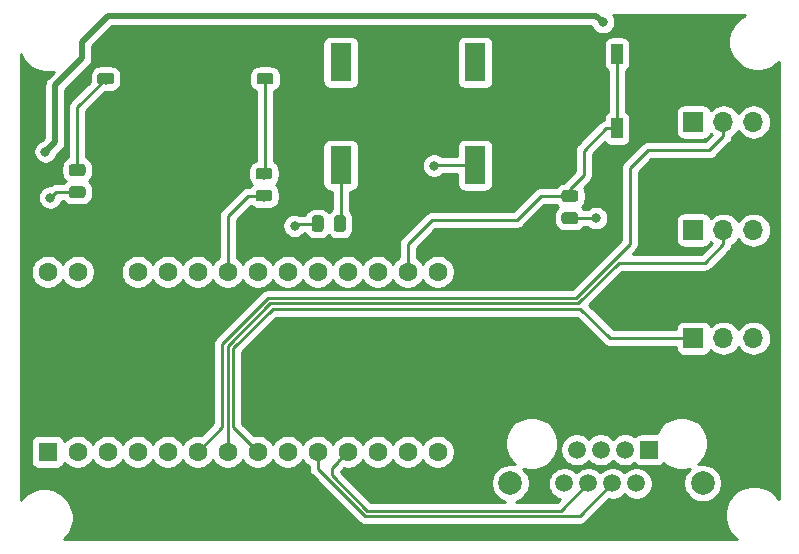
<source format=gbr>
G04 #@! TF.GenerationSoftware,KiCad,Pcbnew,(5.1.4-0-10_14)*
G04 #@! TF.CreationDate,2020-04-29T09:01:47-04:00*
G04 #@! TF.ProjectId,laser_flow,6c617365-725f-4666-9c6f-772e6b696361,rev?*
G04 #@! TF.SameCoordinates,Original*
G04 #@! TF.FileFunction,Copper,L1,Top*
G04 #@! TF.FilePolarity,Positive*
%FSLAX46Y46*%
G04 Gerber Fmt 4.6, Leading zero omitted, Abs format (unit mm)*
G04 Created by KiCad (PCBNEW (5.1.4-0-10_14)) date 2020-04-29 09:01:47*
%MOMM*%
%LPD*%
G04 APERTURE LIST*
%ADD10C,0.100000*%
%ADD11C,0.975000*%
%ADD12R,1.800000X3.200000*%
%ADD13C,2.000000*%
%ADD14C,1.500000*%
%ADD15R,1.500000X1.500000*%
%ADD16R,1.700000X1.700000*%
%ADD17O,1.700000X1.700000*%
%ADD18R,1.000000X1.700000*%
%ADD19C,1.600000*%
%ADD20R,1.600000X1.600000*%
%ADD21C,0.800000*%
%ADD22C,0.250000*%
%ADD23C,0.500000*%
%ADD24C,0.254000*%
G04 APERTURE END LIST*
D10*
G36*
X114080142Y-88776174D02*
G01*
X114103803Y-88779684D01*
X114127007Y-88785496D01*
X114149529Y-88793554D01*
X114171153Y-88803782D01*
X114191670Y-88816079D01*
X114210883Y-88830329D01*
X114228607Y-88846393D01*
X114244671Y-88864117D01*
X114258921Y-88883330D01*
X114271218Y-88903847D01*
X114281446Y-88925471D01*
X114289504Y-88947993D01*
X114295316Y-88971197D01*
X114298826Y-88994858D01*
X114300000Y-89018750D01*
X114300000Y-89506250D01*
X114298826Y-89530142D01*
X114295316Y-89553803D01*
X114289504Y-89577007D01*
X114281446Y-89599529D01*
X114271218Y-89621153D01*
X114258921Y-89641670D01*
X114244671Y-89660883D01*
X114228607Y-89678607D01*
X114210883Y-89694671D01*
X114191670Y-89708921D01*
X114171153Y-89721218D01*
X114149529Y-89731446D01*
X114127007Y-89739504D01*
X114103803Y-89745316D01*
X114080142Y-89748826D01*
X114056250Y-89750000D01*
X113143750Y-89750000D01*
X113119858Y-89748826D01*
X113096197Y-89745316D01*
X113072993Y-89739504D01*
X113050471Y-89731446D01*
X113028847Y-89721218D01*
X113008330Y-89708921D01*
X112989117Y-89694671D01*
X112971393Y-89678607D01*
X112955329Y-89660883D01*
X112941079Y-89641670D01*
X112928782Y-89621153D01*
X112918554Y-89599529D01*
X112910496Y-89577007D01*
X112904684Y-89553803D01*
X112901174Y-89530142D01*
X112900000Y-89506250D01*
X112900000Y-89018750D01*
X112901174Y-88994858D01*
X112904684Y-88971197D01*
X112910496Y-88947993D01*
X112918554Y-88925471D01*
X112928782Y-88903847D01*
X112941079Y-88883330D01*
X112955329Y-88864117D01*
X112971393Y-88846393D01*
X112989117Y-88830329D01*
X113008330Y-88816079D01*
X113028847Y-88803782D01*
X113050471Y-88793554D01*
X113072993Y-88785496D01*
X113096197Y-88779684D01*
X113119858Y-88776174D01*
X113143750Y-88775000D01*
X114056250Y-88775000D01*
X114080142Y-88776174D01*
X114080142Y-88776174D01*
G37*
D11*
X113600000Y-89262500D03*
D10*
G36*
X114080142Y-90651174D02*
G01*
X114103803Y-90654684D01*
X114127007Y-90660496D01*
X114149529Y-90668554D01*
X114171153Y-90678782D01*
X114191670Y-90691079D01*
X114210883Y-90705329D01*
X114228607Y-90721393D01*
X114244671Y-90739117D01*
X114258921Y-90758330D01*
X114271218Y-90778847D01*
X114281446Y-90800471D01*
X114289504Y-90822993D01*
X114295316Y-90846197D01*
X114298826Y-90869858D01*
X114300000Y-90893750D01*
X114300000Y-91381250D01*
X114298826Y-91405142D01*
X114295316Y-91428803D01*
X114289504Y-91452007D01*
X114281446Y-91474529D01*
X114271218Y-91496153D01*
X114258921Y-91516670D01*
X114244671Y-91535883D01*
X114228607Y-91553607D01*
X114210883Y-91569671D01*
X114191670Y-91583921D01*
X114171153Y-91596218D01*
X114149529Y-91606446D01*
X114127007Y-91614504D01*
X114103803Y-91620316D01*
X114080142Y-91623826D01*
X114056250Y-91625000D01*
X113143750Y-91625000D01*
X113119858Y-91623826D01*
X113096197Y-91620316D01*
X113072993Y-91614504D01*
X113050471Y-91606446D01*
X113028847Y-91596218D01*
X113008330Y-91583921D01*
X112989117Y-91569671D01*
X112971393Y-91553607D01*
X112955329Y-91535883D01*
X112941079Y-91516670D01*
X112928782Y-91496153D01*
X112918554Y-91474529D01*
X112910496Y-91452007D01*
X112904684Y-91428803D01*
X112901174Y-91405142D01*
X112900000Y-91381250D01*
X112900000Y-90893750D01*
X112901174Y-90869858D01*
X112904684Y-90846197D01*
X112910496Y-90822993D01*
X112918554Y-90800471D01*
X112928782Y-90778847D01*
X112941079Y-90758330D01*
X112955329Y-90739117D01*
X112971393Y-90721393D01*
X112989117Y-90705329D01*
X113008330Y-90691079D01*
X113028847Y-90678782D01*
X113050471Y-90668554D01*
X113072993Y-90660496D01*
X113096197Y-90654684D01*
X113119858Y-90651174D01*
X113143750Y-90650000D01*
X114056250Y-90650000D01*
X114080142Y-90651174D01*
X114080142Y-90651174D01*
G37*
D11*
X113600000Y-91137500D03*
D10*
G36*
X114180142Y-78876174D02*
G01*
X114203803Y-78879684D01*
X114227007Y-78885496D01*
X114249529Y-78893554D01*
X114271153Y-78903782D01*
X114291670Y-78916079D01*
X114310883Y-78930329D01*
X114328607Y-78946393D01*
X114344671Y-78964117D01*
X114358921Y-78983330D01*
X114371218Y-79003847D01*
X114381446Y-79025471D01*
X114389504Y-79047993D01*
X114395316Y-79071197D01*
X114398826Y-79094858D01*
X114400000Y-79118750D01*
X114400000Y-79606250D01*
X114398826Y-79630142D01*
X114395316Y-79653803D01*
X114389504Y-79677007D01*
X114381446Y-79699529D01*
X114371218Y-79721153D01*
X114358921Y-79741670D01*
X114344671Y-79760883D01*
X114328607Y-79778607D01*
X114310883Y-79794671D01*
X114291670Y-79808921D01*
X114271153Y-79821218D01*
X114249529Y-79831446D01*
X114227007Y-79839504D01*
X114203803Y-79845316D01*
X114180142Y-79848826D01*
X114156250Y-79850000D01*
X113243750Y-79850000D01*
X113219858Y-79848826D01*
X113196197Y-79845316D01*
X113172993Y-79839504D01*
X113150471Y-79831446D01*
X113128847Y-79821218D01*
X113108330Y-79808921D01*
X113089117Y-79794671D01*
X113071393Y-79778607D01*
X113055329Y-79760883D01*
X113041079Y-79741670D01*
X113028782Y-79721153D01*
X113018554Y-79699529D01*
X113010496Y-79677007D01*
X113004684Y-79653803D01*
X113001174Y-79630142D01*
X113000000Y-79606250D01*
X113000000Y-79118750D01*
X113001174Y-79094858D01*
X113004684Y-79071197D01*
X113010496Y-79047993D01*
X113018554Y-79025471D01*
X113028782Y-79003847D01*
X113041079Y-78983330D01*
X113055329Y-78964117D01*
X113071393Y-78946393D01*
X113089117Y-78930329D01*
X113108330Y-78916079D01*
X113128847Y-78903782D01*
X113150471Y-78893554D01*
X113172993Y-78885496D01*
X113196197Y-78879684D01*
X113219858Y-78876174D01*
X113243750Y-78875000D01*
X114156250Y-78875000D01*
X114180142Y-78876174D01*
X114180142Y-78876174D01*
G37*
D11*
X113700000Y-79362500D03*
D10*
G36*
X114180142Y-80751174D02*
G01*
X114203803Y-80754684D01*
X114227007Y-80760496D01*
X114249529Y-80768554D01*
X114271153Y-80778782D01*
X114291670Y-80791079D01*
X114310883Y-80805329D01*
X114328607Y-80821393D01*
X114344671Y-80839117D01*
X114358921Y-80858330D01*
X114371218Y-80878847D01*
X114381446Y-80900471D01*
X114389504Y-80922993D01*
X114395316Y-80946197D01*
X114398826Y-80969858D01*
X114400000Y-80993750D01*
X114400000Y-81481250D01*
X114398826Y-81505142D01*
X114395316Y-81528803D01*
X114389504Y-81552007D01*
X114381446Y-81574529D01*
X114371218Y-81596153D01*
X114358921Y-81616670D01*
X114344671Y-81635883D01*
X114328607Y-81653607D01*
X114310883Y-81669671D01*
X114291670Y-81683921D01*
X114271153Y-81696218D01*
X114249529Y-81706446D01*
X114227007Y-81714504D01*
X114203803Y-81720316D01*
X114180142Y-81723826D01*
X114156250Y-81725000D01*
X113243750Y-81725000D01*
X113219858Y-81723826D01*
X113196197Y-81720316D01*
X113172993Y-81714504D01*
X113150471Y-81706446D01*
X113128847Y-81696218D01*
X113108330Y-81683921D01*
X113089117Y-81669671D01*
X113071393Y-81653607D01*
X113055329Y-81635883D01*
X113041079Y-81616670D01*
X113028782Y-81596153D01*
X113018554Y-81574529D01*
X113010496Y-81552007D01*
X113004684Y-81528803D01*
X113001174Y-81505142D01*
X113000000Y-81481250D01*
X113000000Y-80993750D01*
X113001174Y-80969858D01*
X113004684Y-80946197D01*
X113010496Y-80922993D01*
X113018554Y-80900471D01*
X113028782Y-80878847D01*
X113041079Y-80858330D01*
X113055329Y-80839117D01*
X113071393Y-80821393D01*
X113089117Y-80805329D01*
X113108330Y-80791079D01*
X113128847Y-80778782D01*
X113150471Y-80768554D01*
X113172993Y-80760496D01*
X113196197Y-80754684D01*
X113219858Y-80751174D01*
X113243750Y-80750000D01*
X114156250Y-80750000D01*
X114180142Y-80751174D01*
X114180142Y-80751174D01*
G37*
D11*
X113700000Y-81237500D03*
D12*
X120100000Y-79850000D03*
X131500000Y-79850000D03*
X131500000Y-88550000D03*
X120100000Y-88550000D03*
D13*
X134480800Y-115475600D03*
X150740800Y-115475600D03*
D14*
X139022800Y-115498000D03*
X141062800Y-115498000D03*
X143102800Y-115498000D03*
X145142800Y-115498000D03*
X140093600Y-112655200D03*
X142133600Y-112655200D03*
X144173600Y-112655200D03*
D15*
X146213600Y-112655200D03*
D10*
G36*
X100680142Y-80751174D02*
G01*
X100703803Y-80754684D01*
X100727007Y-80760496D01*
X100749529Y-80768554D01*
X100771153Y-80778782D01*
X100791670Y-80791079D01*
X100810883Y-80805329D01*
X100828607Y-80821393D01*
X100844671Y-80839117D01*
X100858921Y-80858330D01*
X100871218Y-80878847D01*
X100881446Y-80900471D01*
X100889504Y-80922993D01*
X100895316Y-80946197D01*
X100898826Y-80969858D01*
X100900000Y-80993750D01*
X100900000Y-81481250D01*
X100898826Y-81505142D01*
X100895316Y-81528803D01*
X100889504Y-81552007D01*
X100881446Y-81574529D01*
X100871218Y-81596153D01*
X100858921Y-81616670D01*
X100844671Y-81635883D01*
X100828607Y-81653607D01*
X100810883Y-81669671D01*
X100791670Y-81683921D01*
X100771153Y-81696218D01*
X100749529Y-81706446D01*
X100727007Y-81714504D01*
X100703803Y-81720316D01*
X100680142Y-81723826D01*
X100656250Y-81725000D01*
X99743750Y-81725000D01*
X99719858Y-81723826D01*
X99696197Y-81720316D01*
X99672993Y-81714504D01*
X99650471Y-81706446D01*
X99628847Y-81696218D01*
X99608330Y-81683921D01*
X99589117Y-81669671D01*
X99571393Y-81653607D01*
X99555329Y-81635883D01*
X99541079Y-81616670D01*
X99528782Y-81596153D01*
X99518554Y-81574529D01*
X99510496Y-81552007D01*
X99504684Y-81528803D01*
X99501174Y-81505142D01*
X99500000Y-81481250D01*
X99500000Y-80993750D01*
X99501174Y-80969858D01*
X99504684Y-80946197D01*
X99510496Y-80922993D01*
X99518554Y-80900471D01*
X99528782Y-80878847D01*
X99541079Y-80858330D01*
X99555329Y-80839117D01*
X99571393Y-80821393D01*
X99589117Y-80805329D01*
X99608330Y-80791079D01*
X99628847Y-80778782D01*
X99650471Y-80768554D01*
X99672993Y-80760496D01*
X99696197Y-80754684D01*
X99719858Y-80751174D01*
X99743750Y-80750000D01*
X100656250Y-80750000D01*
X100680142Y-80751174D01*
X100680142Y-80751174D01*
G37*
D11*
X100200000Y-81237500D03*
D10*
G36*
X100680142Y-78876174D02*
G01*
X100703803Y-78879684D01*
X100727007Y-78885496D01*
X100749529Y-78893554D01*
X100771153Y-78903782D01*
X100791670Y-78916079D01*
X100810883Y-78930329D01*
X100828607Y-78946393D01*
X100844671Y-78964117D01*
X100858921Y-78983330D01*
X100871218Y-79003847D01*
X100881446Y-79025471D01*
X100889504Y-79047993D01*
X100895316Y-79071197D01*
X100898826Y-79094858D01*
X100900000Y-79118750D01*
X100900000Y-79606250D01*
X100898826Y-79630142D01*
X100895316Y-79653803D01*
X100889504Y-79677007D01*
X100881446Y-79699529D01*
X100871218Y-79721153D01*
X100858921Y-79741670D01*
X100844671Y-79760883D01*
X100828607Y-79778607D01*
X100810883Y-79794671D01*
X100791670Y-79808921D01*
X100771153Y-79821218D01*
X100749529Y-79831446D01*
X100727007Y-79839504D01*
X100703803Y-79845316D01*
X100680142Y-79848826D01*
X100656250Y-79850000D01*
X99743750Y-79850000D01*
X99719858Y-79848826D01*
X99696197Y-79845316D01*
X99672993Y-79839504D01*
X99650471Y-79831446D01*
X99628847Y-79821218D01*
X99608330Y-79808921D01*
X99589117Y-79794671D01*
X99571393Y-79778607D01*
X99555329Y-79760883D01*
X99541079Y-79741670D01*
X99528782Y-79721153D01*
X99518554Y-79699529D01*
X99510496Y-79677007D01*
X99504684Y-79653803D01*
X99501174Y-79630142D01*
X99500000Y-79606250D01*
X99500000Y-79118750D01*
X99501174Y-79094858D01*
X99504684Y-79071197D01*
X99510496Y-79047993D01*
X99518554Y-79025471D01*
X99528782Y-79003847D01*
X99541079Y-78983330D01*
X99555329Y-78964117D01*
X99571393Y-78946393D01*
X99589117Y-78930329D01*
X99608330Y-78916079D01*
X99628847Y-78903782D01*
X99650471Y-78893554D01*
X99672993Y-78885496D01*
X99696197Y-78879684D01*
X99719858Y-78876174D01*
X99743750Y-78875000D01*
X100656250Y-78875000D01*
X100680142Y-78876174D01*
X100680142Y-78876174D01*
G37*
D11*
X100200000Y-79362500D03*
D16*
X149960000Y-84900000D03*
D17*
X152500000Y-84900000D03*
X155040000Y-84900000D03*
D16*
X149960000Y-94050000D03*
D17*
X152500000Y-94050000D03*
X155040000Y-94050000D03*
D18*
X139700000Y-85450000D03*
X139700000Y-79150000D03*
X143500000Y-85450000D03*
X143500000Y-79150000D03*
D10*
G36*
X98280142Y-88476174D02*
G01*
X98303803Y-88479684D01*
X98327007Y-88485496D01*
X98349529Y-88493554D01*
X98371153Y-88503782D01*
X98391670Y-88516079D01*
X98410883Y-88530329D01*
X98428607Y-88546393D01*
X98444671Y-88564117D01*
X98458921Y-88583330D01*
X98471218Y-88603847D01*
X98481446Y-88625471D01*
X98489504Y-88647993D01*
X98495316Y-88671197D01*
X98498826Y-88694858D01*
X98500000Y-88718750D01*
X98500000Y-89206250D01*
X98498826Y-89230142D01*
X98495316Y-89253803D01*
X98489504Y-89277007D01*
X98481446Y-89299529D01*
X98471218Y-89321153D01*
X98458921Y-89341670D01*
X98444671Y-89360883D01*
X98428607Y-89378607D01*
X98410883Y-89394671D01*
X98391670Y-89408921D01*
X98371153Y-89421218D01*
X98349529Y-89431446D01*
X98327007Y-89439504D01*
X98303803Y-89445316D01*
X98280142Y-89448826D01*
X98256250Y-89450000D01*
X97343750Y-89450000D01*
X97319858Y-89448826D01*
X97296197Y-89445316D01*
X97272993Y-89439504D01*
X97250471Y-89431446D01*
X97228847Y-89421218D01*
X97208330Y-89408921D01*
X97189117Y-89394671D01*
X97171393Y-89378607D01*
X97155329Y-89360883D01*
X97141079Y-89341670D01*
X97128782Y-89321153D01*
X97118554Y-89299529D01*
X97110496Y-89277007D01*
X97104684Y-89253803D01*
X97101174Y-89230142D01*
X97100000Y-89206250D01*
X97100000Y-88718750D01*
X97101174Y-88694858D01*
X97104684Y-88671197D01*
X97110496Y-88647993D01*
X97118554Y-88625471D01*
X97128782Y-88603847D01*
X97141079Y-88583330D01*
X97155329Y-88564117D01*
X97171393Y-88546393D01*
X97189117Y-88530329D01*
X97208330Y-88516079D01*
X97228847Y-88503782D01*
X97250471Y-88493554D01*
X97272993Y-88485496D01*
X97296197Y-88479684D01*
X97319858Y-88476174D01*
X97343750Y-88475000D01*
X98256250Y-88475000D01*
X98280142Y-88476174D01*
X98280142Y-88476174D01*
G37*
D11*
X97800000Y-88962500D03*
D10*
G36*
X98280142Y-90351174D02*
G01*
X98303803Y-90354684D01*
X98327007Y-90360496D01*
X98349529Y-90368554D01*
X98371153Y-90378782D01*
X98391670Y-90391079D01*
X98410883Y-90405329D01*
X98428607Y-90421393D01*
X98444671Y-90439117D01*
X98458921Y-90458330D01*
X98471218Y-90478847D01*
X98481446Y-90500471D01*
X98489504Y-90522993D01*
X98495316Y-90546197D01*
X98498826Y-90569858D01*
X98500000Y-90593750D01*
X98500000Y-91081250D01*
X98498826Y-91105142D01*
X98495316Y-91128803D01*
X98489504Y-91152007D01*
X98481446Y-91174529D01*
X98471218Y-91196153D01*
X98458921Y-91216670D01*
X98444671Y-91235883D01*
X98428607Y-91253607D01*
X98410883Y-91269671D01*
X98391670Y-91283921D01*
X98371153Y-91296218D01*
X98349529Y-91306446D01*
X98327007Y-91314504D01*
X98303803Y-91320316D01*
X98280142Y-91323826D01*
X98256250Y-91325000D01*
X97343750Y-91325000D01*
X97319858Y-91323826D01*
X97296197Y-91320316D01*
X97272993Y-91314504D01*
X97250471Y-91306446D01*
X97228847Y-91296218D01*
X97208330Y-91283921D01*
X97189117Y-91269671D01*
X97171393Y-91253607D01*
X97155329Y-91235883D01*
X97141079Y-91216670D01*
X97128782Y-91196153D01*
X97118554Y-91174529D01*
X97110496Y-91152007D01*
X97104684Y-91128803D01*
X97101174Y-91105142D01*
X97100000Y-91081250D01*
X97100000Y-90593750D01*
X97101174Y-90569858D01*
X97104684Y-90546197D01*
X97110496Y-90522993D01*
X97118554Y-90500471D01*
X97128782Y-90478847D01*
X97141079Y-90458330D01*
X97155329Y-90439117D01*
X97171393Y-90421393D01*
X97189117Y-90405329D01*
X97208330Y-90391079D01*
X97228847Y-90378782D01*
X97250471Y-90368554D01*
X97272993Y-90360496D01*
X97296197Y-90354684D01*
X97319858Y-90351174D01*
X97343750Y-90350000D01*
X98256250Y-90350000D01*
X98280142Y-90351174D01*
X98280142Y-90351174D01*
G37*
D11*
X97800000Y-90837500D03*
D10*
G36*
X139980142Y-90676174D02*
G01*
X140003803Y-90679684D01*
X140027007Y-90685496D01*
X140049529Y-90693554D01*
X140071153Y-90703782D01*
X140091670Y-90716079D01*
X140110883Y-90730329D01*
X140128607Y-90746393D01*
X140144671Y-90764117D01*
X140158921Y-90783330D01*
X140171218Y-90803847D01*
X140181446Y-90825471D01*
X140189504Y-90847993D01*
X140195316Y-90871197D01*
X140198826Y-90894858D01*
X140200000Y-90918750D01*
X140200000Y-91406250D01*
X140198826Y-91430142D01*
X140195316Y-91453803D01*
X140189504Y-91477007D01*
X140181446Y-91499529D01*
X140171218Y-91521153D01*
X140158921Y-91541670D01*
X140144671Y-91560883D01*
X140128607Y-91578607D01*
X140110883Y-91594671D01*
X140091670Y-91608921D01*
X140071153Y-91621218D01*
X140049529Y-91631446D01*
X140027007Y-91639504D01*
X140003803Y-91645316D01*
X139980142Y-91648826D01*
X139956250Y-91650000D01*
X139043750Y-91650000D01*
X139019858Y-91648826D01*
X138996197Y-91645316D01*
X138972993Y-91639504D01*
X138950471Y-91631446D01*
X138928847Y-91621218D01*
X138908330Y-91608921D01*
X138889117Y-91594671D01*
X138871393Y-91578607D01*
X138855329Y-91560883D01*
X138841079Y-91541670D01*
X138828782Y-91521153D01*
X138818554Y-91499529D01*
X138810496Y-91477007D01*
X138804684Y-91453803D01*
X138801174Y-91430142D01*
X138800000Y-91406250D01*
X138800000Y-90918750D01*
X138801174Y-90894858D01*
X138804684Y-90871197D01*
X138810496Y-90847993D01*
X138818554Y-90825471D01*
X138828782Y-90803847D01*
X138841079Y-90783330D01*
X138855329Y-90764117D01*
X138871393Y-90746393D01*
X138889117Y-90730329D01*
X138908330Y-90716079D01*
X138928847Y-90703782D01*
X138950471Y-90693554D01*
X138972993Y-90685496D01*
X138996197Y-90679684D01*
X139019858Y-90676174D01*
X139043750Y-90675000D01*
X139956250Y-90675000D01*
X139980142Y-90676174D01*
X139980142Y-90676174D01*
G37*
D11*
X139500000Y-91162500D03*
D10*
G36*
X139980142Y-92551174D02*
G01*
X140003803Y-92554684D01*
X140027007Y-92560496D01*
X140049529Y-92568554D01*
X140071153Y-92578782D01*
X140091670Y-92591079D01*
X140110883Y-92605329D01*
X140128607Y-92621393D01*
X140144671Y-92639117D01*
X140158921Y-92658330D01*
X140171218Y-92678847D01*
X140181446Y-92700471D01*
X140189504Y-92722993D01*
X140195316Y-92746197D01*
X140198826Y-92769858D01*
X140200000Y-92793750D01*
X140200000Y-93281250D01*
X140198826Y-93305142D01*
X140195316Y-93328803D01*
X140189504Y-93352007D01*
X140181446Y-93374529D01*
X140171218Y-93396153D01*
X140158921Y-93416670D01*
X140144671Y-93435883D01*
X140128607Y-93453607D01*
X140110883Y-93469671D01*
X140091670Y-93483921D01*
X140071153Y-93496218D01*
X140049529Y-93506446D01*
X140027007Y-93514504D01*
X140003803Y-93520316D01*
X139980142Y-93523826D01*
X139956250Y-93525000D01*
X139043750Y-93525000D01*
X139019858Y-93523826D01*
X138996197Y-93520316D01*
X138972993Y-93514504D01*
X138950471Y-93506446D01*
X138928847Y-93496218D01*
X138908330Y-93483921D01*
X138889117Y-93469671D01*
X138871393Y-93453607D01*
X138855329Y-93435883D01*
X138841079Y-93416670D01*
X138828782Y-93396153D01*
X138818554Y-93374529D01*
X138810496Y-93352007D01*
X138804684Y-93328803D01*
X138801174Y-93305142D01*
X138800000Y-93281250D01*
X138800000Y-92793750D01*
X138801174Y-92769858D01*
X138804684Y-92746197D01*
X138810496Y-92722993D01*
X138818554Y-92700471D01*
X138828782Y-92678847D01*
X138841079Y-92658330D01*
X138855329Y-92639117D01*
X138871393Y-92621393D01*
X138889117Y-92605329D01*
X138908330Y-92591079D01*
X138928847Y-92578782D01*
X138950471Y-92568554D01*
X138972993Y-92560496D01*
X138996197Y-92554684D01*
X139019858Y-92551174D01*
X139043750Y-92550000D01*
X139956250Y-92550000D01*
X139980142Y-92551174D01*
X139980142Y-92551174D01*
G37*
D11*
X139500000Y-93037500D03*
D10*
G36*
X118430142Y-92801174D02*
G01*
X118453803Y-92804684D01*
X118477007Y-92810496D01*
X118499529Y-92818554D01*
X118521153Y-92828782D01*
X118541670Y-92841079D01*
X118560883Y-92855329D01*
X118578607Y-92871393D01*
X118594671Y-92889117D01*
X118608921Y-92908330D01*
X118621218Y-92928847D01*
X118631446Y-92950471D01*
X118639504Y-92972993D01*
X118645316Y-92996197D01*
X118648826Y-93019858D01*
X118650000Y-93043750D01*
X118650000Y-93956250D01*
X118648826Y-93980142D01*
X118645316Y-94003803D01*
X118639504Y-94027007D01*
X118631446Y-94049529D01*
X118621218Y-94071153D01*
X118608921Y-94091670D01*
X118594671Y-94110883D01*
X118578607Y-94128607D01*
X118560883Y-94144671D01*
X118541670Y-94158921D01*
X118521153Y-94171218D01*
X118499529Y-94181446D01*
X118477007Y-94189504D01*
X118453803Y-94195316D01*
X118430142Y-94198826D01*
X118406250Y-94200000D01*
X117918750Y-94200000D01*
X117894858Y-94198826D01*
X117871197Y-94195316D01*
X117847993Y-94189504D01*
X117825471Y-94181446D01*
X117803847Y-94171218D01*
X117783330Y-94158921D01*
X117764117Y-94144671D01*
X117746393Y-94128607D01*
X117730329Y-94110883D01*
X117716079Y-94091670D01*
X117703782Y-94071153D01*
X117693554Y-94049529D01*
X117685496Y-94027007D01*
X117679684Y-94003803D01*
X117676174Y-93980142D01*
X117675000Y-93956250D01*
X117675000Y-93043750D01*
X117676174Y-93019858D01*
X117679684Y-92996197D01*
X117685496Y-92972993D01*
X117693554Y-92950471D01*
X117703782Y-92928847D01*
X117716079Y-92908330D01*
X117730329Y-92889117D01*
X117746393Y-92871393D01*
X117764117Y-92855329D01*
X117783330Y-92841079D01*
X117803847Y-92828782D01*
X117825471Y-92818554D01*
X117847993Y-92810496D01*
X117871197Y-92804684D01*
X117894858Y-92801174D01*
X117918750Y-92800000D01*
X118406250Y-92800000D01*
X118430142Y-92801174D01*
X118430142Y-92801174D01*
G37*
D11*
X118162500Y-93500000D03*
D10*
G36*
X120305142Y-92801174D02*
G01*
X120328803Y-92804684D01*
X120352007Y-92810496D01*
X120374529Y-92818554D01*
X120396153Y-92828782D01*
X120416670Y-92841079D01*
X120435883Y-92855329D01*
X120453607Y-92871393D01*
X120469671Y-92889117D01*
X120483921Y-92908330D01*
X120496218Y-92928847D01*
X120506446Y-92950471D01*
X120514504Y-92972993D01*
X120520316Y-92996197D01*
X120523826Y-93019858D01*
X120525000Y-93043750D01*
X120525000Y-93956250D01*
X120523826Y-93980142D01*
X120520316Y-94003803D01*
X120514504Y-94027007D01*
X120506446Y-94049529D01*
X120496218Y-94071153D01*
X120483921Y-94091670D01*
X120469671Y-94110883D01*
X120453607Y-94128607D01*
X120435883Y-94144671D01*
X120416670Y-94158921D01*
X120396153Y-94171218D01*
X120374529Y-94181446D01*
X120352007Y-94189504D01*
X120328803Y-94195316D01*
X120305142Y-94198826D01*
X120281250Y-94200000D01*
X119793750Y-94200000D01*
X119769858Y-94198826D01*
X119746197Y-94195316D01*
X119722993Y-94189504D01*
X119700471Y-94181446D01*
X119678847Y-94171218D01*
X119658330Y-94158921D01*
X119639117Y-94144671D01*
X119621393Y-94128607D01*
X119605329Y-94110883D01*
X119591079Y-94091670D01*
X119578782Y-94071153D01*
X119568554Y-94049529D01*
X119560496Y-94027007D01*
X119554684Y-94003803D01*
X119551174Y-93980142D01*
X119550000Y-93956250D01*
X119550000Y-93043750D01*
X119551174Y-93019858D01*
X119554684Y-92996197D01*
X119560496Y-92972993D01*
X119568554Y-92950471D01*
X119578782Y-92928847D01*
X119591079Y-92908330D01*
X119605329Y-92889117D01*
X119621393Y-92871393D01*
X119639117Y-92855329D01*
X119658330Y-92841079D01*
X119678847Y-92828782D01*
X119700471Y-92818554D01*
X119722993Y-92810496D01*
X119746197Y-92804684D01*
X119769858Y-92801174D01*
X119793750Y-92800000D01*
X120281250Y-92800000D01*
X120305142Y-92801174D01*
X120305142Y-92801174D01*
G37*
D11*
X120037500Y-93500000D03*
D17*
X155040000Y-103200000D03*
X152500000Y-103200000D03*
D16*
X149960000Y-103200000D03*
D19*
X128310000Y-97580000D03*
X128310000Y-112820000D03*
X125770000Y-97580000D03*
X123230000Y-97580000D03*
X120690000Y-97580000D03*
X118150000Y-97580000D03*
X115610000Y-97580000D03*
X113070000Y-97580000D03*
X110530000Y-97580000D03*
X107990000Y-97580000D03*
X105450000Y-97580000D03*
X102910000Y-97580000D03*
X100370000Y-97580000D03*
X97830000Y-97580000D03*
X95290000Y-97580000D03*
X125770000Y-112820000D03*
X123230000Y-112820000D03*
X120690000Y-112820000D03*
X118150000Y-112820000D03*
X115610000Y-112820000D03*
X113070000Y-112820000D03*
X110530000Y-112820000D03*
X107990000Y-112820000D03*
X105450000Y-112820000D03*
X102910000Y-112820000D03*
X100370000Y-112820000D03*
X97830000Y-112820000D03*
D20*
X95290000Y-112820000D03*
D21*
X95500000Y-91300000D03*
X128000000Y-88600000D03*
X141737500Y-93037500D03*
X142300000Y-76450000D03*
X95100000Y-87400000D03*
X116200000Y-93700000D03*
D22*
X97800000Y-90837500D02*
X95962500Y-90837500D01*
X95962500Y-90837500D02*
X95500000Y-91300000D01*
X128050000Y-88550000D02*
X128000000Y-88600000D01*
X131500000Y-88550000D02*
X128050000Y-88550000D01*
X139500000Y-93037500D02*
X141737500Y-93037500D01*
X139500000Y-90575000D02*
X140675000Y-89400000D01*
X139500000Y-91162500D02*
X139500000Y-90575000D01*
X143500000Y-79150000D02*
X143500000Y-85450000D01*
X137037500Y-91162500D02*
X139500000Y-91162500D01*
X135000000Y-93200000D02*
X137037500Y-91162500D01*
X127800000Y-93200000D02*
X135000000Y-93200000D01*
X125770000Y-95230000D02*
X127800000Y-93200000D01*
X125770000Y-97580000D02*
X125770000Y-95230000D01*
X140675000Y-89400000D02*
X140675000Y-87325000D01*
X142550000Y-85450000D02*
X143500000Y-85450000D01*
X140675000Y-87325000D02*
X142550000Y-85450000D01*
X97800000Y-83637500D02*
X100200000Y-81237500D01*
X97800000Y-88962500D02*
X97800000Y-83637500D01*
X113700000Y-89162500D02*
X113600000Y-89262500D01*
X113700000Y-81237500D02*
X113700000Y-89162500D01*
D23*
X141749999Y-75899999D02*
X142300000Y-76450000D01*
X95900000Y-81800000D02*
X98200000Y-79500000D01*
X98200000Y-79500000D02*
X98200000Y-78100000D01*
X95900000Y-86600000D02*
X95900000Y-81800000D01*
X100400001Y-75899999D02*
X141749999Y-75899999D01*
X98200000Y-78100000D02*
X100400001Y-75899999D01*
X95100000Y-87400000D02*
X95900000Y-86600000D01*
D22*
X152500000Y-86102081D02*
X152500000Y-84900000D01*
X151302081Y-87300000D02*
X152500000Y-86102081D01*
X146100000Y-87300000D02*
X151302081Y-87300000D01*
X140000000Y-99800000D02*
X144600000Y-95200000D01*
X113963590Y-99800000D02*
X140000000Y-99800000D01*
X144600000Y-88800000D02*
X146100000Y-87300000D01*
X110079991Y-103683599D02*
X113963590Y-99800000D01*
X144600000Y-95200000D02*
X144600000Y-88800000D01*
X110079990Y-110730010D02*
X110079991Y-103683599D01*
X107990000Y-112820000D02*
X110079990Y-110730010D01*
X152500000Y-95252081D02*
X150952081Y-96800000D01*
X152500000Y-94050000D02*
X152500000Y-95252081D01*
X143636410Y-96800000D02*
X140186400Y-100250010D01*
X150952081Y-96800000D02*
X143636410Y-96800000D01*
X140186400Y-100250010D02*
X114149990Y-100250010D01*
X110530000Y-103870000D02*
X110530000Y-112820000D01*
X114149990Y-100250010D02*
X110530000Y-103870000D01*
X110530000Y-92870000D02*
X110530000Y-95270000D01*
X112262500Y-91137500D02*
X110530000Y-92870000D01*
X113600000Y-91137500D02*
X112262500Y-91137500D01*
X110530000Y-95270000D02*
X110530000Y-97580000D01*
X110530000Y-93430000D02*
X110530000Y-95270000D01*
X118162500Y-93500000D02*
X116400000Y-93500000D01*
X116400000Y-93500000D02*
X116200000Y-93700000D01*
X120100000Y-93537500D02*
X120162500Y-93600000D01*
X120100000Y-88550000D02*
X120100000Y-93537500D01*
X142899960Y-103200000D02*
X149960000Y-103200000D01*
X140399980Y-100700020D02*
X142899960Y-103200000D01*
X114336390Y-100700020D02*
X140399980Y-100700020D01*
X111000000Y-104036410D02*
X114336390Y-100700020D01*
X111000000Y-110750000D02*
X111000000Y-109050000D01*
X113070000Y-112820000D02*
X111000000Y-110750000D01*
X111000000Y-109050000D02*
X111000000Y-104036410D01*
X111000000Y-109150000D02*
X111000000Y-109050000D01*
X122336410Y-117800000D02*
X138760800Y-117800000D01*
X119890001Y-113619999D02*
X119890001Y-113659999D01*
X119350000Y-114813590D02*
X122336410Y-117800000D01*
X119350000Y-114200000D02*
X119350000Y-114813590D01*
X119890001Y-113659999D02*
X119350000Y-114200000D01*
X138760800Y-117800000D02*
X141062800Y-115498000D01*
X120690000Y-112820000D02*
X119890001Y-113619999D01*
X140350791Y-118250009D02*
X122150009Y-118250009D01*
X143102800Y-115498000D02*
X140350791Y-118250009D01*
X118150000Y-114250000D02*
X118150000Y-112820000D01*
X122150009Y-118250009D02*
X118150000Y-114250000D01*
D24*
G36*
X154222911Y-75897821D02*
G01*
X153815905Y-76169774D01*
X153469774Y-76515905D01*
X153197821Y-76922911D01*
X153010497Y-77375152D01*
X152915000Y-77855249D01*
X152915000Y-78344751D01*
X153010497Y-78824848D01*
X153197821Y-79277089D01*
X153469774Y-79684095D01*
X153815905Y-80030226D01*
X154222911Y-80302179D01*
X154675152Y-80489503D01*
X155155249Y-80585000D01*
X155644751Y-80585000D01*
X156124848Y-80489503D01*
X156577089Y-80302179D01*
X156984095Y-80030226D01*
X157180612Y-79833709D01*
X157180611Y-116840972D01*
X157030226Y-116615905D01*
X156684095Y-116269774D01*
X156277089Y-115997821D01*
X155824848Y-115810497D01*
X155344751Y-115715000D01*
X154855249Y-115715000D01*
X154375152Y-115810497D01*
X153922911Y-115997821D01*
X153515905Y-116269774D01*
X153169774Y-116615905D01*
X152897821Y-117022911D01*
X152710497Y-117475152D01*
X152615000Y-117955249D01*
X152615000Y-118444751D01*
X152710497Y-118924848D01*
X152897821Y-119377089D01*
X153169774Y-119784095D01*
X153515905Y-120130226D01*
X153668208Y-120231992D01*
X96682329Y-120231992D01*
X96930226Y-119984095D01*
X97202179Y-119577089D01*
X97389503Y-119124848D01*
X97485000Y-118644751D01*
X97485000Y-118155249D01*
X97389503Y-117675152D01*
X97202179Y-117222911D01*
X96930226Y-116815905D01*
X96584095Y-116469774D01*
X96177089Y-116197821D01*
X95724848Y-116010497D01*
X95244751Y-115915000D01*
X94755249Y-115915000D01*
X94275152Y-116010497D01*
X93822911Y-116197821D01*
X93415905Y-116469774D01*
X93069774Y-116815905D01*
X92998611Y-116922408D01*
X92998611Y-112020000D01*
X93851928Y-112020000D01*
X93851928Y-113620000D01*
X93864188Y-113744482D01*
X93900498Y-113864180D01*
X93959463Y-113974494D01*
X94038815Y-114071185D01*
X94135506Y-114150537D01*
X94245820Y-114209502D01*
X94365518Y-114245812D01*
X94490000Y-114258072D01*
X96090000Y-114258072D01*
X96214482Y-114245812D01*
X96334180Y-114209502D01*
X96444494Y-114150537D01*
X96541185Y-114071185D01*
X96620537Y-113974494D01*
X96679502Y-113864180D01*
X96715812Y-113744482D01*
X96716643Y-113736039D01*
X96915241Y-113934637D01*
X97150273Y-114091680D01*
X97411426Y-114199853D01*
X97688665Y-114255000D01*
X97971335Y-114255000D01*
X98248574Y-114199853D01*
X98509727Y-114091680D01*
X98744759Y-113934637D01*
X98944637Y-113734759D01*
X99100000Y-113502241D01*
X99255363Y-113734759D01*
X99455241Y-113934637D01*
X99690273Y-114091680D01*
X99951426Y-114199853D01*
X100228665Y-114255000D01*
X100511335Y-114255000D01*
X100788574Y-114199853D01*
X101049727Y-114091680D01*
X101284759Y-113934637D01*
X101484637Y-113734759D01*
X101640000Y-113502241D01*
X101795363Y-113734759D01*
X101995241Y-113934637D01*
X102230273Y-114091680D01*
X102491426Y-114199853D01*
X102768665Y-114255000D01*
X103051335Y-114255000D01*
X103328574Y-114199853D01*
X103589727Y-114091680D01*
X103824759Y-113934637D01*
X104024637Y-113734759D01*
X104180000Y-113502241D01*
X104335363Y-113734759D01*
X104535241Y-113934637D01*
X104770273Y-114091680D01*
X105031426Y-114199853D01*
X105308665Y-114255000D01*
X105591335Y-114255000D01*
X105868574Y-114199853D01*
X106129727Y-114091680D01*
X106364759Y-113934637D01*
X106564637Y-113734759D01*
X106720000Y-113502241D01*
X106875363Y-113734759D01*
X107075241Y-113934637D01*
X107310273Y-114091680D01*
X107571426Y-114199853D01*
X107848665Y-114255000D01*
X108131335Y-114255000D01*
X108408574Y-114199853D01*
X108669727Y-114091680D01*
X108904759Y-113934637D01*
X109104637Y-113734759D01*
X109260000Y-113502241D01*
X109415363Y-113734759D01*
X109615241Y-113934637D01*
X109850273Y-114091680D01*
X110111426Y-114199853D01*
X110388665Y-114255000D01*
X110671335Y-114255000D01*
X110948574Y-114199853D01*
X111209727Y-114091680D01*
X111444759Y-113934637D01*
X111644637Y-113734759D01*
X111800000Y-113502241D01*
X111955363Y-113734759D01*
X112155241Y-113934637D01*
X112390273Y-114091680D01*
X112651426Y-114199853D01*
X112928665Y-114255000D01*
X113211335Y-114255000D01*
X113488574Y-114199853D01*
X113749727Y-114091680D01*
X113984759Y-113934637D01*
X114184637Y-113734759D01*
X114340000Y-113502241D01*
X114495363Y-113734759D01*
X114695241Y-113934637D01*
X114930273Y-114091680D01*
X115191426Y-114199853D01*
X115468665Y-114255000D01*
X115751335Y-114255000D01*
X116028574Y-114199853D01*
X116289727Y-114091680D01*
X116524759Y-113934637D01*
X116724637Y-113734759D01*
X116880000Y-113502241D01*
X117035363Y-113734759D01*
X117235241Y-113934637D01*
X117390000Y-114038044D01*
X117390000Y-114212677D01*
X117386324Y-114250000D01*
X117390000Y-114287322D01*
X117390000Y-114287332D01*
X117400997Y-114398985D01*
X117411421Y-114433348D01*
X117444454Y-114542246D01*
X117515026Y-114674276D01*
X117537071Y-114701137D01*
X117609999Y-114790001D01*
X117639003Y-114813804D01*
X121586210Y-118761012D01*
X121610008Y-118790010D01*
X121639006Y-118813808D01*
X121725732Y-118884983D01*
X121800314Y-118924848D01*
X121857762Y-118955555D01*
X122001023Y-118999012D01*
X122112676Y-119010009D01*
X122112686Y-119010009D01*
X122150009Y-119013685D01*
X122187332Y-119010009D01*
X140313469Y-119010009D01*
X140350791Y-119013685D01*
X140388113Y-119010009D01*
X140388124Y-119010009D01*
X140499777Y-118999012D01*
X140643038Y-118955555D01*
X140775067Y-118884983D01*
X140890792Y-118790010D01*
X140914595Y-118761006D01*
X142821436Y-116854167D01*
X142966389Y-116883000D01*
X143239211Y-116883000D01*
X143506789Y-116829775D01*
X143758843Y-116725371D01*
X143985686Y-116573799D01*
X144122800Y-116436685D01*
X144259914Y-116573799D01*
X144486757Y-116725371D01*
X144738811Y-116829775D01*
X145006389Y-116883000D01*
X145279211Y-116883000D01*
X145546789Y-116829775D01*
X145798843Y-116725371D01*
X146025686Y-116573799D01*
X146218599Y-116380886D01*
X146370171Y-116154043D01*
X146474575Y-115901989D01*
X146527800Y-115634411D01*
X146527800Y-115361589D01*
X146474575Y-115094011D01*
X146370171Y-114841957D01*
X146218599Y-114615114D01*
X146025686Y-114422201D01*
X145798843Y-114270629D01*
X145546789Y-114166225D01*
X145279211Y-114113000D01*
X145006389Y-114113000D01*
X144738811Y-114166225D01*
X144486757Y-114270629D01*
X144259914Y-114422201D01*
X144122800Y-114559315D01*
X143985686Y-114422201D01*
X143758843Y-114270629D01*
X143506789Y-114166225D01*
X143239211Y-114113000D01*
X142966389Y-114113000D01*
X142698811Y-114166225D01*
X142446757Y-114270629D01*
X142219914Y-114422201D01*
X142082800Y-114559315D01*
X141945686Y-114422201D01*
X141718843Y-114270629D01*
X141466789Y-114166225D01*
X141199211Y-114113000D01*
X140926389Y-114113000D01*
X140658811Y-114166225D01*
X140406757Y-114270629D01*
X140179914Y-114422201D01*
X140042800Y-114559315D01*
X139905686Y-114422201D01*
X139678843Y-114270629D01*
X139426789Y-114166225D01*
X139159211Y-114113000D01*
X138886389Y-114113000D01*
X138618811Y-114166225D01*
X138366757Y-114270629D01*
X138139914Y-114422201D01*
X137947001Y-114615114D01*
X137795429Y-114841957D01*
X137691025Y-115094011D01*
X137637800Y-115361589D01*
X137637800Y-115634411D01*
X137691025Y-115901989D01*
X137795429Y-116154043D01*
X137947001Y-116380886D01*
X138139914Y-116573799D01*
X138366757Y-116725371D01*
X138618811Y-116829775D01*
X138650017Y-116835982D01*
X138445999Y-117040000D01*
X134976466Y-117040000D01*
X135255263Y-116924518D01*
X135523052Y-116745587D01*
X135750787Y-116517852D01*
X135929718Y-116250063D01*
X136052968Y-115952512D01*
X136115800Y-115636633D01*
X136115800Y-115314567D01*
X136052968Y-114998688D01*
X135929718Y-114701137D01*
X135750787Y-114433348D01*
X135576668Y-114259229D01*
X135601582Y-114269549D01*
X136038209Y-114356400D01*
X136483391Y-114356400D01*
X136920018Y-114269549D01*
X137331311Y-114099186D01*
X137701466Y-113851856D01*
X138016256Y-113537066D01*
X138263586Y-113166911D01*
X138433949Y-112755618D01*
X138481057Y-112518789D01*
X138708600Y-112518789D01*
X138708600Y-112791611D01*
X138761825Y-113059189D01*
X138866229Y-113311243D01*
X139017801Y-113538086D01*
X139210714Y-113730999D01*
X139437557Y-113882571D01*
X139689611Y-113986975D01*
X139957189Y-114040200D01*
X140230011Y-114040200D01*
X140497589Y-113986975D01*
X140749643Y-113882571D01*
X140976486Y-113730999D01*
X141113600Y-113593885D01*
X141250714Y-113730999D01*
X141477557Y-113882571D01*
X141729611Y-113986975D01*
X141997189Y-114040200D01*
X142270011Y-114040200D01*
X142537589Y-113986975D01*
X142789643Y-113882571D01*
X143016486Y-113730999D01*
X143153600Y-113593885D01*
X143290714Y-113730999D01*
X143517557Y-113882571D01*
X143769611Y-113986975D01*
X144037189Y-114040200D01*
X144310011Y-114040200D01*
X144577589Y-113986975D01*
X144829643Y-113882571D01*
X144961565Y-113794424D01*
X145012415Y-113856385D01*
X145109106Y-113935737D01*
X145219420Y-113994702D01*
X145339118Y-114031012D01*
X145463600Y-114043272D01*
X146963600Y-114043272D01*
X147088082Y-114031012D01*
X147207780Y-113994702D01*
X147318094Y-113935737D01*
X147414785Y-113856385D01*
X147464313Y-113796035D01*
X147520134Y-113851856D01*
X147890289Y-114099186D01*
X148301582Y-114269549D01*
X148738209Y-114356400D01*
X149183391Y-114356400D01*
X149620018Y-114269549D01*
X149644932Y-114259229D01*
X149470813Y-114433348D01*
X149291882Y-114701137D01*
X149168632Y-114998688D01*
X149105800Y-115314567D01*
X149105800Y-115636633D01*
X149168632Y-115952512D01*
X149291882Y-116250063D01*
X149470813Y-116517852D01*
X149698548Y-116745587D01*
X149966337Y-116924518D01*
X150263888Y-117047768D01*
X150579767Y-117110600D01*
X150901833Y-117110600D01*
X151217712Y-117047768D01*
X151515263Y-116924518D01*
X151783052Y-116745587D01*
X152010787Y-116517852D01*
X152189718Y-116250063D01*
X152312968Y-115952512D01*
X152375800Y-115636633D01*
X152375800Y-115314567D01*
X152312968Y-114998688D01*
X152189718Y-114701137D01*
X152010787Y-114433348D01*
X151783052Y-114205613D01*
X151515263Y-114026682D01*
X151217712Y-113903432D01*
X150901833Y-113840600D01*
X150579767Y-113840600D01*
X150349875Y-113886328D01*
X150401466Y-113851856D01*
X150716256Y-113537066D01*
X150963586Y-113166911D01*
X151133949Y-112755618D01*
X151220800Y-112318991D01*
X151220800Y-111873809D01*
X151133949Y-111437182D01*
X150963586Y-111025889D01*
X150716256Y-110655734D01*
X150401466Y-110340944D01*
X150031311Y-110093614D01*
X149620018Y-109923251D01*
X149183391Y-109836400D01*
X148738209Y-109836400D01*
X148301582Y-109923251D01*
X147890289Y-110093614D01*
X147520134Y-110340944D01*
X147205344Y-110655734D01*
X146958014Y-111025889D01*
X146858090Y-111267128D01*
X145463600Y-111267128D01*
X145339118Y-111279388D01*
X145219420Y-111315698D01*
X145109106Y-111374663D01*
X145012415Y-111454015D01*
X144961565Y-111515976D01*
X144829643Y-111427829D01*
X144577589Y-111323425D01*
X144310011Y-111270200D01*
X144037189Y-111270200D01*
X143769611Y-111323425D01*
X143517557Y-111427829D01*
X143290714Y-111579401D01*
X143153600Y-111716515D01*
X143016486Y-111579401D01*
X142789643Y-111427829D01*
X142537589Y-111323425D01*
X142270011Y-111270200D01*
X141997189Y-111270200D01*
X141729611Y-111323425D01*
X141477557Y-111427829D01*
X141250714Y-111579401D01*
X141113600Y-111716515D01*
X140976486Y-111579401D01*
X140749643Y-111427829D01*
X140497589Y-111323425D01*
X140230011Y-111270200D01*
X139957189Y-111270200D01*
X139689611Y-111323425D01*
X139437557Y-111427829D01*
X139210714Y-111579401D01*
X139017801Y-111772314D01*
X138866229Y-111999157D01*
X138761825Y-112251211D01*
X138708600Y-112518789D01*
X138481057Y-112518789D01*
X138520800Y-112318991D01*
X138520800Y-111873809D01*
X138433949Y-111437182D01*
X138263586Y-111025889D01*
X138016256Y-110655734D01*
X137701466Y-110340944D01*
X137331311Y-110093614D01*
X136920018Y-109923251D01*
X136483391Y-109836400D01*
X136038209Y-109836400D01*
X135601582Y-109923251D01*
X135190289Y-110093614D01*
X134820134Y-110340944D01*
X134505344Y-110655734D01*
X134258014Y-111025889D01*
X134087651Y-111437182D01*
X134000800Y-111873809D01*
X134000800Y-112318991D01*
X134087651Y-112755618D01*
X134258014Y-113166911D01*
X134505344Y-113537066D01*
X134820134Y-113851856D01*
X134871725Y-113886328D01*
X134641833Y-113840600D01*
X134319767Y-113840600D01*
X134003888Y-113903432D01*
X133706337Y-114026682D01*
X133438548Y-114205613D01*
X133210813Y-114433348D01*
X133031882Y-114701137D01*
X132908632Y-114998688D01*
X132845800Y-115314567D01*
X132845800Y-115636633D01*
X132908632Y-115952512D01*
X133031882Y-116250063D01*
X133210813Y-116517852D01*
X133438548Y-116745587D01*
X133706337Y-116924518D01*
X133985134Y-117040000D01*
X122651212Y-117040000D01*
X120118006Y-114506795D01*
X120399478Y-114225324D01*
X120548665Y-114255000D01*
X120831335Y-114255000D01*
X121108574Y-114199853D01*
X121369727Y-114091680D01*
X121604759Y-113934637D01*
X121804637Y-113734759D01*
X121960000Y-113502241D01*
X122115363Y-113734759D01*
X122315241Y-113934637D01*
X122550273Y-114091680D01*
X122811426Y-114199853D01*
X123088665Y-114255000D01*
X123371335Y-114255000D01*
X123648574Y-114199853D01*
X123909727Y-114091680D01*
X124144759Y-113934637D01*
X124344637Y-113734759D01*
X124500000Y-113502241D01*
X124655363Y-113734759D01*
X124855241Y-113934637D01*
X125090273Y-114091680D01*
X125351426Y-114199853D01*
X125628665Y-114255000D01*
X125911335Y-114255000D01*
X126188574Y-114199853D01*
X126449727Y-114091680D01*
X126684759Y-113934637D01*
X126884637Y-113734759D01*
X127040000Y-113502241D01*
X127195363Y-113734759D01*
X127395241Y-113934637D01*
X127630273Y-114091680D01*
X127891426Y-114199853D01*
X128168665Y-114255000D01*
X128451335Y-114255000D01*
X128728574Y-114199853D01*
X128989727Y-114091680D01*
X129224759Y-113934637D01*
X129424637Y-113734759D01*
X129581680Y-113499727D01*
X129689853Y-113238574D01*
X129745000Y-112961335D01*
X129745000Y-112678665D01*
X129689853Y-112401426D01*
X129581680Y-112140273D01*
X129424637Y-111905241D01*
X129224759Y-111705363D01*
X128989727Y-111548320D01*
X128728574Y-111440147D01*
X128451335Y-111385000D01*
X128168665Y-111385000D01*
X127891426Y-111440147D01*
X127630273Y-111548320D01*
X127395241Y-111705363D01*
X127195363Y-111905241D01*
X127040000Y-112137759D01*
X126884637Y-111905241D01*
X126684759Y-111705363D01*
X126449727Y-111548320D01*
X126188574Y-111440147D01*
X125911335Y-111385000D01*
X125628665Y-111385000D01*
X125351426Y-111440147D01*
X125090273Y-111548320D01*
X124855241Y-111705363D01*
X124655363Y-111905241D01*
X124500000Y-112137759D01*
X124344637Y-111905241D01*
X124144759Y-111705363D01*
X123909727Y-111548320D01*
X123648574Y-111440147D01*
X123371335Y-111385000D01*
X123088665Y-111385000D01*
X122811426Y-111440147D01*
X122550273Y-111548320D01*
X122315241Y-111705363D01*
X122115363Y-111905241D01*
X121960000Y-112137759D01*
X121804637Y-111905241D01*
X121604759Y-111705363D01*
X121369727Y-111548320D01*
X121108574Y-111440147D01*
X120831335Y-111385000D01*
X120548665Y-111385000D01*
X120271426Y-111440147D01*
X120010273Y-111548320D01*
X119775241Y-111705363D01*
X119575363Y-111905241D01*
X119420000Y-112137759D01*
X119264637Y-111905241D01*
X119064759Y-111705363D01*
X118829727Y-111548320D01*
X118568574Y-111440147D01*
X118291335Y-111385000D01*
X118008665Y-111385000D01*
X117731426Y-111440147D01*
X117470273Y-111548320D01*
X117235241Y-111705363D01*
X117035363Y-111905241D01*
X116880000Y-112137759D01*
X116724637Y-111905241D01*
X116524759Y-111705363D01*
X116289727Y-111548320D01*
X116028574Y-111440147D01*
X115751335Y-111385000D01*
X115468665Y-111385000D01*
X115191426Y-111440147D01*
X114930273Y-111548320D01*
X114695241Y-111705363D01*
X114495363Y-111905241D01*
X114340000Y-112137759D01*
X114184637Y-111905241D01*
X113984759Y-111705363D01*
X113749727Y-111548320D01*
X113488574Y-111440147D01*
X113211335Y-111385000D01*
X112928665Y-111385000D01*
X112746114Y-111421312D01*
X111760000Y-110435199D01*
X111760000Y-104351211D01*
X114651192Y-101460020D01*
X140085179Y-101460020D01*
X142336161Y-103711003D01*
X142359959Y-103740001D01*
X142388957Y-103763799D01*
X142475684Y-103834974D01*
X142607713Y-103905546D01*
X142750974Y-103949003D01*
X142899960Y-103963677D01*
X142937293Y-103960000D01*
X148471928Y-103960000D01*
X148471928Y-104050000D01*
X148484188Y-104174482D01*
X148520498Y-104294180D01*
X148579463Y-104404494D01*
X148658815Y-104501185D01*
X148755506Y-104580537D01*
X148865820Y-104639502D01*
X148985518Y-104675812D01*
X149110000Y-104688072D01*
X150810000Y-104688072D01*
X150934482Y-104675812D01*
X151054180Y-104639502D01*
X151164494Y-104580537D01*
X151261185Y-104501185D01*
X151340537Y-104404494D01*
X151399502Y-104294180D01*
X151420393Y-104225313D01*
X151444866Y-104255134D01*
X151670986Y-104440706D01*
X151928966Y-104578599D01*
X152208889Y-104663513D01*
X152427050Y-104685000D01*
X152572950Y-104685000D01*
X152791111Y-104663513D01*
X153071034Y-104578599D01*
X153329014Y-104440706D01*
X153555134Y-104255134D01*
X153740706Y-104029014D01*
X153770000Y-103974209D01*
X153799294Y-104029014D01*
X153984866Y-104255134D01*
X154210986Y-104440706D01*
X154468966Y-104578599D01*
X154748889Y-104663513D01*
X154967050Y-104685000D01*
X155112950Y-104685000D01*
X155331111Y-104663513D01*
X155611034Y-104578599D01*
X155869014Y-104440706D01*
X156095134Y-104255134D01*
X156280706Y-104029014D01*
X156418599Y-103771034D01*
X156503513Y-103491111D01*
X156532185Y-103200000D01*
X156503513Y-102908889D01*
X156418599Y-102628966D01*
X156280706Y-102370986D01*
X156095134Y-102144866D01*
X155869014Y-101959294D01*
X155611034Y-101821401D01*
X155331111Y-101736487D01*
X155112950Y-101715000D01*
X154967050Y-101715000D01*
X154748889Y-101736487D01*
X154468966Y-101821401D01*
X154210986Y-101959294D01*
X153984866Y-102144866D01*
X153799294Y-102370986D01*
X153770000Y-102425791D01*
X153740706Y-102370986D01*
X153555134Y-102144866D01*
X153329014Y-101959294D01*
X153071034Y-101821401D01*
X152791111Y-101736487D01*
X152572950Y-101715000D01*
X152427050Y-101715000D01*
X152208889Y-101736487D01*
X151928966Y-101821401D01*
X151670986Y-101959294D01*
X151444866Y-102144866D01*
X151420393Y-102174687D01*
X151399502Y-102105820D01*
X151340537Y-101995506D01*
X151261185Y-101898815D01*
X151164494Y-101819463D01*
X151054180Y-101760498D01*
X150934482Y-101724188D01*
X150810000Y-101711928D01*
X149110000Y-101711928D01*
X148985518Y-101724188D01*
X148865820Y-101760498D01*
X148755506Y-101819463D01*
X148658815Y-101898815D01*
X148579463Y-101995506D01*
X148520498Y-102105820D01*
X148484188Y-102225518D01*
X148471928Y-102350000D01*
X148471928Y-102440000D01*
X143214762Y-102440000D01*
X141142986Y-100368225D01*
X143951212Y-97560000D01*
X150914759Y-97560000D01*
X150952081Y-97563676D01*
X150989403Y-97560000D01*
X150989414Y-97560000D01*
X151101067Y-97549003D01*
X151244328Y-97505546D01*
X151376357Y-97434974D01*
X151492082Y-97340001D01*
X151515885Y-97310997D01*
X153011003Y-95815880D01*
X153040001Y-95792082D01*
X153106540Y-95711004D01*
X153134974Y-95676358D01*
X153205546Y-95544328D01*
X153221344Y-95492247D01*
X153249003Y-95401067D01*
X153256031Y-95329716D01*
X153329014Y-95290706D01*
X153555134Y-95105134D01*
X153740706Y-94879014D01*
X153770000Y-94824209D01*
X153799294Y-94879014D01*
X153984866Y-95105134D01*
X154210986Y-95290706D01*
X154468966Y-95428599D01*
X154748889Y-95513513D01*
X154967050Y-95535000D01*
X155112950Y-95535000D01*
X155331111Y-95513513D01*
X155611034Y-95428599D01*
X155869014Y-95290706D01*
X156095134Y-95105134D01*
X156280706Y-94879014D01*
X156418599Y-94621034D01*
X156503513Y-94341111D01*
X156532185Y-94050000D01*
X156503513Y-93758889D01*
X156418599Y-93478966D01*
X156280706Y-93220986D01*
X156095134Y-92994866D01*
X155869014Y-92809294D01*
X155611034Y-92671401D01*
X155331111Y-92586487D01*
X155112950Y-92565000D01*
X154967050Y-92565000D01*
X154748889Y-92586487D01*
X154468966Y-92671401D01*
X154210986Y-92809294D01*
X153984866Y-92994866D01*
X153799294Y-93220986D01*
X153770000Y-93275791D01*
X153740706Y-93220986D01*
X153555134Y-92994866D01*
X153329014Y-92809294D01*
X153071034Y-92671401D01*
X152791111Y-92586487D01*
X152572950Y-92565000D01*
X152427050Y-92565000D01*
X152208889Y-92586487D01*
X151928966Y-92671401D01*
X151670986Y-92809294D01*
X151444866Y-92994866D01*
X151420393Y-93024687D01*
X151399502Y-92955820D01*
X151340537Y-92845506D01*
X151261185Y-92748815D01*
X151164494Y-92669463D01*
X151054180Y-92610498D01*
X150934482Y-92574188D01*
X150810000Y-92561928D01*
X149110000Y-92561928D01*
X148985518Y-92574188D01*
X148865820Y-92610498D01*
X148755506Y-92669463D01*
X148658815Y-92748815D01*
X148579463Y-92845506D01*
X148520498Y-92955820D01*
X148484188Y-93075518D01*
X148471928Y-93200000D01*
X148471928Y-94900000D01*
X148484188Y-95024482D01*
X148520498Y-95144180D01*
X148579463Y-95254494D01*
X148658815Y-95351185D01*
X148755506Y-95430537D01*
X148865820Y-95489502D01*
X148985518Y-95525812D01*
X149110000Y-95538072D01*
X150810000Y-95538072D01*
X150934482Y-95525812D01*
X151054180Y-95489502D01*
X151164494Y-95430537D01*
X151261185Y-95351185D01*
X151340537Y-95254494D01*
X151399502Y-95144180D01*
X151420393Y-95075313D01*
X151444866Y-95105134D01*
X151514774Y-95162506D01*
X150637280Y-96040000D01*
X144834803Y-96040000D01*
X145111009Y-95763794D01*
X145140001Y-95740001D01*
X145163795Y-95711008D01*
X145163799Y-95711004D01*
X145234973Y-95624277D01*
X145234974Y-95624276D01*
X145305546Y-95492247D01*
X145349003Y-95348986D01*
X145360000Y-95237333D01*
X145360000Y-95237324D01*
X145363676Y-95200001D01*
X145360000Y-95162678D01*
X145360000Y-89114801D01*
X146414802Y-88060000D01*
X151264759Y-88060000D01*
X151302081Y-88063676D01*
X151339403Y-88060000D01*
X151339414Y-88060000D01*
X151451067Y-88049003D01*
X151594328Y-88005546D01*
X151726357Y-87934974D01*
X151842082Y-87840001D01*
X151865885Y-87810997D01*
X153011004Y-86665879D01*
X153040001Y-86642082D01*
X153134974Y-86526357D01*
X153205546Y-86394328D01*
X153249003Y-86251067D01*
X153256031Y-86179716D01*
X153329014Y-86140706D01*
X153555134Y-85955134D01*
X153740706Y-85729014D01*
X153770000Y-85674209D01*
X153799294Y-85729014D01*
X153984866Y-85955134D01*
X154210986Y-86140706D01*
X154468966Y-86278599D01*
X154748889Y-86363513D01*
X154967050Y-86385000D01*
X155112950Y-86385000D01*
X155331111Y-86363513D01*
X155611034Y-86278599D01*
X155869014Y-86140706D01*
X156095134Y-85955134D01*
X156280706Y-85729014D01*
X156418599Y-85471034D01*
X156503513Y-85191111D01*
X156532185Y-84900000D01*
X156503513Y-84608889D01*
X156418599Y-84328966D01*
X156280706Y-84070986D01*
X156095134Y-83844866D01*
X155869014Y-83659294D01*
X155611034Y-83521401D01*
X155331111Y-83436487D01*
X155112950Y-83415000D01*
X154967050Y-83415000D01*
X154748889Y-83436487D01*
X154468966Y-83521401D01*
X154210986Y-83659294D01*
X153984866Y-83844866D01*
X153799294Y-84070986D01*
X153770000Y-84125791D01*
X153740706Y-84070986D01*
X153555134Y-83844866D01*
X153329014Y-83659294D01*
X153071034Y-83521401D01*
X152791111Y-83436487D01*
X152572950Y-83415000D01*
X152427050Y-83415000D01*
X152208889Y-83436487D01*
X151928966Y-83521401D01*
X151670986Y-83659294D01*
X151444866Y-83844866D01*
X151420393Y-83874687D01*
X151399502Y-83805820D01*
X151340537Y-83695506D01*
X151261185Y-83598815D01*
X151164494Y-83519463D01*
X151054180Y-83460498D01*
X150934482Y-83424188D01*
X150810000Y-83411928D01*
X149110000Y-83411928D01*
X148985518Y-83424188D01*
X148865820Y-83460498D01*
X148755506Y-83519463D01*
X148658815Y-83598815D01*
X148579463Y-83695506D01*
X148520498Y-83805820D01*
X148484188Y-83925518D01*
X148471928Y-84050000D01*
X148471928Y-85750000D01*
X148484188Y-85874482D01*
X148520498Y-85994180D01*
X148579463Y-86104494D01*
X148658815Y-86201185D01*
X148755506Y-86280537D01*
X148865820Y-86339502D01*
X148985518Y-86375812D01*
X149110000Y-86388072D01*
X150810000Y-86388072D01*
X150934482Y-86375812D01*
X151054180Y-86339502D01*
X151164494Y-86280537D01*
X151261185Y-86201185D01*
X151340537Y-86104494D01*
X151399502Y-85994180D01*
X151420393Y-85925313D01*
X151444866Y-85955134D01*
X151514774Y-86012506D01*
X150987280Y-86540000D01*
X146137322Y-86540000D01*
X146099999Y-86536324D01*
X146062676Y-86540000D01*
X146062667Y-86540000D01*
X145951014Y-86550997D01*
X145807753Y-86594454D01*
X145675724Y-86665026D01*
X145559999Y-86759999D01*
X145536201Y-86788997D01*
X144088998Y-88236201D01*
X144060000Y-88259999D01*
X144036202Y-88288997D01*
X144036201Y-88288998D01*
X143965026Y-88375724D01*
X143894454Y-88507754D01*
X143866867Y-88598701D01*
X143850998Y-88651014D01*
X143846273Y-88698985D01*
X143836324Y-88800000D01*
X143840001Y-88837332D01*
X143840000Y-94885197D01*
X139685199Y-99040000D01*
X114000912Y-99040000D01*
X113963589Y-99036324D01*
X113926266Y-99040000D01*
X113926257Y-99040000D01*
X113814604Y-99050997D01*
X113671343Y-99094454D01*
X113539314Y-99165026D01*
X113539312Y-99165027D01*
X113539313Y-99165027D01*
X113452586Y-99236201D01*
X113452582Y-99236205D01*
X113423589Y-99259999D01*
X113399795Y-99288992D01*
X109568989Y-103119800D01*
X109539991Y-103143598D01*
X109516193Y-103172596D01*
X109516192Y-103172597D01*
X109445017Y-103259323D01*
X109374445Y-103391353D01*
X109330989Y-103534614D01*
X109316315Y-103683599D01*
X109319992Y-103720931D01*
X109319990Y-110415208D01*
X108313886Y-111421312D01*
X108131335Y-111385000D01*
X107848665Y-111385000D01*
X107571426Y-111440147D01*
X107310273Y-111548320D01*
X107075241Y-111705363D01*
X106875363Y-111905241D01*
X106720000Y-112137759D01*
X106564637Y-111905241D01*
X106364759Y-111705363D01*
X106129727Y-111548320D01*
X105868574Y-111440147D01*
X105591335Y-111385000D01*
X105308665Y-111385000D01*
X105031426Y-111440147D01*
X104770273Y-111548320D01*
X104535241Y-111705363D01*
X104335363Y-111905241D01*
X104180000Y-112137759D01*
X104024637Y-111905241D01*
X103824759Y-111705363D01*
X103589727Y-111548320D01*
X103328574Y-111440147D01*
X103051335Y-111385000D01*
X102768665Y-111385000D01*
X102491426Y-111440147D01*
X102230273Y-111548320D01*
X101995241Y-111705363D01*
X101795363Y-111905241D01*
X101640000Y-112137759D01*
X101484637Y-111905241D01*
X101284759Y-111705363D01*
X101049727Y-111548320D01*
X100788574Y-111440147D01*
X100511335Y-111385000D01*
X100228665Y-111385000D01*
X99951426Y-111440147D01*
X99690273Y-111548320D01*
X99455241Y-111705363D01*
X99255363Y-111905241D01*
X99100000Y-112137759D01*
X98944637Y-111905241D01*
X98744759Y-111705363D01*
X98509727Y-111548320D01*
X98248574Y-111440147D01*
X97971335Y-111385000D01*
X97688665Y-111385000D01*
X97411426Y-111440147D01*
X97150273Y-111548320D01*
X96915241Y-111705363D01*
X96716643Y-111903961D01*
X96715812Y-111895518D01*
X96679502Y-111775820D01*
X96620537Y-111665506D01*
X96541185Y-111568815D01*
X96444494Y-111489463D01*
X96334180Y-111430498D01*
X96214482Y-111394188D01*
X96090000Y-111381928D01*
X94490000Y-111381928D01*
X94365518Y-111394188D01*
X94245820Y-111430498D01*
X94135506Y-111489463D01*
X94038815Y-111568815D01*
X93959463Y-111665506D01*
X93900498Y-111775820D01*
X93864188Y-111895518D01*
X93851928Y-112020000D01*
X92998611Y-112020000D01*
X92998611Y-97438665D01*
X93855000Y-97438665D01*
X93855000Y-97721335D01*
X93910147Y-97998574D01*
X94018320Y-98259727D01*
X94175363Y-98494759D01*
X94375241Y-98694637D01*
X94610273Y-98851680D01*
X94871426Y-98959853D01*
X95148665Y-99015000D01*
X95431335Y-99015000D01*
X95708574Y-98959853D01*
X95969727Y-98851680D01*
X96204759Y-98694637D01*
X96404637Y-98494759D01*
X96560000Y-98262241D01*
X96715363Y-98494759D01*
X96915241Y-98694637D01*
X97150273Y-98851680D01*
X97411426Y-98959853D01*
X97688665Y-99015000D01*
X97971335Y-99015000D01*
X98248574Y-98959853D01*
X98509727Y-98851680D01*
X98744759Y-98694637D01*
X98944637Y-98494759D01*
X99101680Y-98259727D01*
X99209853Y-97998574D01*
X99265000Y-97721335D01*
X99265000Y-97438665D01*
X101475000Y-97438665D01*
X101475000Y-97721335D01*
X101530147Y-97998574D01*
X101638320Y-98259727D01*
X101795363Y-98494759D01*
X101995241Y-98694637D01*
X102230273Y-98851680D01*
X102491426Y-98959853D01*
X102768665Y-99015000D01*
X103051335Y-99015000D01*
X103328574Y-98959853D01*
X103589727Y-98851680D01*
X103824759Y-98694637D01*
X104024637Y-98494759D01*
X104180000Y-98262241D01*
X104335363Y-98494759D01*
X104535241Y-98694637D01*
X104770273Y-98851680D01*
X105031426Y-98959853D01*
X105308665Y-99015000D01*
X105591335Y-99015000D01*
X105868574Y-98959853D01*
X106129727Y-98851680D01*
X106364759Y-98694637D01*
X106564637Y-98494759D01*
X106720000Y-98262241D01*
X106875363Y-98494759D01*
X107075241Y-98694637D01*
X107310273Y-98851680D01*
X107571426Y-98959853D01*
X107848665Y-99015000D01*
X108131335Y-99015000D01*
X108408574Y-98959853D01*
X108669727Y-98851680D01*
X108904759Y-98694637D01*
X109104637Y-98494759D01*
X109260000Y-98262241D01*
X109415363Y-98494759D01*
X109615241Y-98694637D01*
X109850273Y-98851680D01*
X110111426Y-98959853D01*
X110388665Y-99015000D01*
X110671335Y-99015000D01*
X110948574Y-98959853D01*
X111209727Y-98851680D01*
X111444759Y-98694637D01*
X111644637Y-98494759D01*
X111800000Y-98262241D01*
X111955363Y-98494759D01*
X112155241Y-98694637D01*
X112390273Y-98851680D01*
X112651426Y-98959853D01*
X112928665Y-99015000D01*
X113211335Y-99015000D01*
X113488574Y-98959853D01*
X113749727Y-98851680D01*
X113984759Y-98694637D01*
X114184637Y-98494759D01*
X114340000Y-98262241D01*
X114495363Y-98494759D01*
X114695241Y-98694637D01*
X114930273Y-98851680D01*
X115191426Y-98959853D01*
X115468665Y-99015000D01*
X115751335Y-99015000D01*
X116028574Y-98959853D01*
X116289727Y-98851680D01*
X116524759Y-98694637D01*
X116724637Y-98494759D01*
X116880000Y-98262241D01*
X117035363Y-98494759D01*
X117235241Y-98694637D01*
X117470273Y-98851680D01*
X117731426Y-98959853D01*
X118008665Y-99015000D01*
X118291335Y-99015000D01*
X118568574Y-98959853D01*
X118829727Y-98851680D01*
X119064759Y-98694637D01*
X119264637Y-98494759D01*
X119420000Y-98262241D01*
X119575363Y-98494759D01*
X119775241Y-98694637D01*
X120010273Y-98851680D01*
X120271426Y-98959853D01*
X120548665Y-99015000D01*
X120831335Y-99015000D01*
X121108574Y-98959853D01*
X121369727Y-98851680D01*
X121604759Y-98694637D01*
X121804637Y-98494759D01*
X121960000Y-98262241D01*
X122115363Y-98494759D01*
X122315241Y-98694637D01*
X122550273Y-98851680D01*
X122811426Y-98959853D01*
X123088665Y-99015000D01*
X123371335Y-99015000D01*
X123648574Y-98959853D01*
X123909727Y-98851680D01*
X124144759Y-98694637D01*
X124344637Y-98494759D01*
X124500000Y-98262241D01*
X124655363Y-98494759D01*
X124855241Y-98694637D01*
X125090273Y-98851680D01*
X125351426Y-98959853D01*
X125628665Y-99015000D01*
X125911335Y-99015000D01*
X126188574Y-98959853D01*
X126449727Y-98851680D01*
X126684759Y-98694637D01*
X126884637Y-98494759D01*
X127040000Y-98262241D01*
X127195363Y-98494759D01*
X127395241Y-98694637D01*
X127630273Y-98851680D01*
X127891426Y-98959853D01*
X128168665Y-99015000D01*
X128451335Y-99015000D01*
X128728574Y-98959853D01*
X128989727Y-98851680D01*
X129224759Y-98694637D01*
X129424637Y-98494759D01*
X129581680Y-98259727D01*
X129689853Y-97998574D01*
X129745000Y-97721335D01*
X129745000Y-97438665D01*
X129689853Y-97161426D01*
X129581680Y-96900273D01*
X129424637Y-96665241D01*
X129224759Y-96465363D01*
X128989727Y-96308320D01*
X128728574Y-96200147D01*
X128451335Y-96145000D01*
X128168665Y-96145000D01*
X127891426Y-96200147D01*
X127630273Y-96308320D01*
X127395241Y-96465363D01*
X127195363Y-96665241D01*
X127040000Y-96897759D01*
X126884637Y-96665241D01*
X126684759Y-96465363D01*
X126530000Y-96361957D01*
X126530000Y-95544801D01*
X128114802Y-93960000D01*
X134962678Y-93960000D01*
X135000000Y-93963676D01*
X135037322Y-93960000D01*
X135037333Y-93960000D01*
X135148986Y-93949003D01*
X135292247Y-93905546D01*
X135424276Y-93834974D01*
X135540001Y-93740001D01*
X135563804Y-93710997D01*
X137352302Y-91922500D01*
X138332155Y-91922500D01*
X138420208Y-92029792D01*
X138505756Y-92100000D01*
X138420208Y-92170208D01*
X138310542Y-92303836D01*
X138229053Y-92456291D01*
X138178872Y-92621715D01*
X138161928Y-92793750D01*
X138161928Y-93281250D01*
X138178872Y-93453285D01*
X138229053Y-93618709D01*
X138310542Y-93771164D01*
X138420208Y-93904792D01*
X138553836Y-94014458D01*
X138706291Y-94095947D01*
X138871715Y-94146128D01*
X139043750Y-94163072D01*
X139956250Y-94163072D01*
X140128285Y-94146128D01*
X140293709Y-94095947D01*
X140446164Y-94014458D01*
X140579792Y-93904792D01*
X140667845Y-93797500D01*
X141033789Y-93797500D01*
X141077726Y-93841437D01*
X141247244Y-93954705D01*
X141435602Y-94032726D01*
X141635561Y-94072500D01*
X141839439Y-94072500D01*
X142039398Y-94032726D01*
X142227756Y-93954705D01*
X142397274Y-93841437D01*
X142541437Y-93697274D01*
X142654705Y-93527756D01*
X142732726Y-93339398D01*
X142772500Y-93139439D01*
X142772500Y-92935561D01*
X142732726Y-92735602D01*
X142654705Y-92547244D01*
X142541437Y-92377726D01*
X142397274Y-92233563D01*
X142227756Y-92120295D01*
X142039398Y-92042274D01*
X141839439Y-92002500D01*
X141635561Y-92002500D01*
X141435602Y-92042274D01*
X141247244Y-92120295D01*
X141077726Y-92233563D01*
X141033789Y-92277500D01*
X140667845Y-92277500D01*
X140579792Y-92170208D01*
X140494244Y-92100000D01*
X140579792Y-92029792D01*
X140689458Y-91896164D01*
X140770947Y-91743709D01*
X140821128Y-91578285D01*
X140838072Y-91406250D01*
X140838072Y-90918750D01*
X140821128Y-90746715D01*
X140770947Y-90581291D01*
X140700433Y-90449369D01*
X141186004Y-89963798D01*
X141215001Y-89940001D01*
X141249902Y-89897474D01*
X141309974Y-89824277D01*
X141380546Y-89692247D01*
X141397911Y-89635000D01*
X141424003Y-89548986D01*
X141435000Y-89437333D01*
X141435000Y-89437323D01*
X141438676Y-89400000D01*
X141435000Y-89362677D01*
X141435000Y-87639801D01*
X142452341Y-86622461D01*
X142469463Y-86654494D01*
X142548815Y-86751185D01*
X142645506Y-86830537D01*
X142755820Y-86889502D01*
X142875518Y-86925812D01*
X143000000Y-86938072D01*
X144000000Y-86938072D01*
X144124482Y-86925812D01*
X144244180Y-86889502D01*
X144354494Y-86830537D01*
X144451185Y-86751185D01*
X144530537Y-86654494D01*
X144589502Y-86544180D01*
X144625812Y-86424482D01*
X144638072Y-86300000D01*
X144638072Y-84600000D01*
X144625812Y-84475518D01*
X144589502Y-84355820D01*
X144530537Y-84245506D01*
X144451185Y-84148815D01*
X144354494Y-84069463D01*
X144260000Y-84018954D01*
X144260000Y-80581046D01*
X144354494Y-80530537D01*
X144451185Y-80451185D01*
X144530537Y-80354494D01*
X144589502Y-80244180D01*
X144625812Y-80124482D01*
X144638072Y-80000000D01*
X144638072Y-78300000D01*
X144625812Y-78175518D01*
X144589502Y-78055820D01*
X144530537Y-77945506D01*
X144451185Y-77848815D01*
X144354494Y-77769463D01*
X144244180Y-77710498D01*
X144124482Y-77674188D01*
X144000000Y-77661928D01*
X143000000Y-77661928D01*
X142875518Y-77674188D01*
X142755820Y-77710498D01*
X142645506Y-77769463D01*
X142548815Y-77848815D01*
X142469463Y-77945506D01*
X142410498Y-78055820D01*
X142374188Y-78175518D01*
X142361928Y-78300000D01*
X142361928Y-80000000D01*
X142374188Y-80124482D01*
X142410498Y-80244180D01*
X142469463Y-80354494D01*
X142548815Y-80451185D01*
X142645506Y-80530537D01*
X142740000Y-80581046D01*
X142740001Y-84018954D01*
X142645506Y-84069463D01*
X142548815Y-84148815D01*
X142469463Y-84245506D01*
X142410498Y-84355820D01*
X142374188Y-84475518D01*
X142361928Y-84600000D01*
X142361928Y-84712853D01*
X142257753Y-84744454D01*
X142125724Y-84815026D01*
X142125722Y-84815027D01*
X142125723Y-84815027D01*
X142038996Y-84886201D01*
X142038992Y-84886205D01*
X142009999Y-84909999D01*
X141986205Y-84938992D01*
X140163998Y-86761201D01*
X140135000Y-86784999D01*
X140111202Y-86813997D01*
X140111201Y-86813998D01*
X140040026Y-86900724D01*
X139969454Y-87032754D01*
X139925998Y-87176015D01*
X139911324Y-87325000D01*
X139915001Y-87362332D01*
X139915000Y-89085198D01*
X138988998Y-90011201D01*
X138960000Y-90034999D01*
X138950913Y-90046072D01*
X138871715Y-90053872D01*
X138706291Y-90104053D01*
X138553836Y-90185542D01*
X138420208Y-90295208D01*
X138332155Y-90402500D01*
X137074822Y-90402500D01*
X137037499Y-90398824D01*
X137000176Y-90402500D01*
X137000167Y-90402500D01*
X136888514Y-90413497D01*
X136745253Y-90456954D01*
X136613223Y-90527526D01*
X136547711Y-90581291D01*
X136497499Y-90622499D01*
X136473701Y-90651497D01*
X134685199Y-92440000D01*
X127837333Y-92440000D01*
X127800000Y-92436323D01*
X127762667Y-92440000D01*
X127651014Y-92450997D01*
X127507753Y-92494454D01*
X127375724Y-92565026D01*
X127259999Y-92659999D01*
X127236201Y-92688997D01*
X125258998Y-94666201D01*
X125230000Y-94689999D01*
X125206202Y-94718997D01*
X125206201Y-94718998D01*
X125135026Y-94805724D01*
X125064454Y-94937754D01*
X125020998Y-95081015D01*
X125006324Y-95230000D01*
X125010001Y-95267332D01*
X125010001Y-96361956D01*
X124855241Y-96465363D01*
X124655363Y-96665241D01*
X124500000Y-96897759D01*
X124344637Y-96665241D01*
X124144759Y-96465363D01*
X123909727Y-96308320D01*
X123648574Y-96200147D01*
X123371335Y-96145000D01*
X123088665Y-96145000D01*
X122811426Y-96200147D01*
X122550273Y-96308320D01*
X122315241Y-96465363D01*
X122115363Y-96665241D01*
X121960000Y-96897759D01*
X121804637Y-96665241D01*
X121604759Y-96465363D01*
X121369727Y-96308320D01*
X121108574Y-96200147D01*
X120831335Y-96145000D01*
X120548665Y-96145000D01*
X120271426Y-96200147D01*
X120010273Y-96308320D01*
X119775241Y-96465363D01*
X119575363Y-96665241D01*
X119420000Y-96897759D01*
X119264637Y-96665241D01*
X119064759Y-96465363D01*
X118829727Y-96308320D01*
X118568574Y-96200147D01*
X118291335Y-96145000D01*
X118008665Y-96145000D01*
X117731426Y-96200147D01*
X117470273Y-96308320D01*
X117235241Y-96465363D01*
X117035363Y-96665241D01*
X116880000Y-96897759D01*
X116724637Y-96665241D01*
X116524759Y-96465363D01*
X116289727Y-96308320D01*
X116028574Y-96200147D01*
X115751335Y-96145000D01*
X115468665Y-96145000D01*
X115191426Y-96200147D01*
X114930273Y-96308320D01*
X114695241Y-96465363D01*
X114495363Y-96665241D01*
X114340000Y-96897759D01*
X114184637Y-96665241D01*
X113984759Y-96465363D01*
X113749727Y-96308320D01*
X113488574Y-96200147D01*
X113211335Y-96145000D01*
X112928665Y-96145000D01*
X112651426Y-96200147D01*
X112390273Y-96308320D01*
X112155241Y-96465363D01*
X111955363Y-96665241D01*
X111800000Y-96897759D01*
X111644637Y-96665241D01*
X111444759Y-96465363D01*
X111290000Y-96361957D01*
X111290000Y-93598061D01*
X115165000Y-93598061D01*
X115165000Y-93801939D01*
X115204774Y-94001898D01*
X115282795Y-94190256D01*
X115396063Y-94359774D01*
X115540226Y-94503937D01*
X115709744Y-94617205D01*
X115898102Y-94695226D01*
X116098061Y-94735000D01*
X116301939Y-94735000D01*
X116501898Y-94695226D01*
X116690256Y-94617205D01*
X116859774Y-94503937D01*
X117003937Y-94359774D01*
X117070604Y-94260000D01*
X117093827Y-94260000D01*
X117104053Y-94293709D01*
X117185542Y-94446164D01*
X117295208Y-94579792D01*
X117428836Y-94689458D01*
X117581291Y-94770947D01*
X117746715Y-94821128D01*
X117918750Y-94838072D01*
X118406250Y-94838072D01*
X118578285Y-94821128D01*
X118743709Y-94770947D01*
X118896164Y-94689458D01*
X119029792Y-94579792D01*
X119100000Y-94494244D01*
X119170208Y-94579792D01*
X119303836Y-94689458D01*
X119456291Y-94770947D01*
X119621715Y-94821128D01*
X119793750Y-94838072D01*
X120281250Y-94838072D01*
X120453285Y-94821128D01*
X120618709Y-94770947D01*
X120771164Y-94689458D01*
X120904792Y-94579792D01*
X121014458Y-94446164D01*
X121095947Y-94293709D01*
X121146128Y-94128285D01*
X121163072Y-93956250D01*
X121163072Y-93043750D01*
X121146128Y-92871715D01*
X121095947Y-92706291D01*
X121014458Y-92553836D01*
X120904792Y-92420208D01*
X120860000Y-92383448D01*
X120860000Y-90788072D01*
X121000000Y-90788072D01*
X121124482Y-90775812D01*
X121244180Y-90739502D01*
X121354494Y-90680537D01*
X121451185Y-90601185D01*
X121530537Y-90504494D01*
X121589502Y-90394180D01*
X121625812Y-90274482D01*
X121638072Y-90150000D01*
X121638072Y-88498061D01*
X126965000Y-88498061D01*
X126965000Y-88701939D01*
X127004774Y-88901898D01*
X127082795Y-89090256D01*
X127196063Y-89259774D01*
X127340226Y-89403937D01*
X127509744Y-89517205D01*
X127698102Y-89595226D01*
X127898061Y-89635000D01*
X128101939Y-89635000D01*
X128301898Y-89595226D01*
X128490256Y-89517205D01*
X128659774Y-89403937D01*
X128753711Y-89310000D01*
X129961928Y-89310000D01*
X129961928Y-90150000D01*
X129974188Y-90274482D01*
X130010498Y-90394180D01*
X130069463Y-90504494D01*
X130148815Y-90601185D01*
X130245506Y-90680537D01*
X130355820Y-90739502D01*
X130475518Y-90775812D01*
X130600000Y-90788072D01*
X132400000Y-90788072D01*
X132524482Y-90775812D01*
X132644180Y-90739502D01*
X132754494Y-90680537D01*
X132851185Y-90601185D01*
X132930537Y-90504494D01*
X132989502Y-90394180D01*
X133025812Y-90274482D01*
X133038072Y-90150000D01*
X133038072Y-86950000D01*
X133025812Y-86825518D01*
X132989502Y-86705820D01*
X132930537Y-86595506D01*
X132851185Y-86498815D01*
X132754494Y-86419463D01*
X132644180Y-86360498D01*
X132524482Y-86324188D01*
X132400000Y-86311928D01*
X130600000Y-86311928D01*
X130475518Y-86324188D01*
X130355820Y-86360498D01*
X130245506Y-86419463D01*
X130148815Y-86498815D01*
X130069463Y-86595506D01*
X130010498Y-86705820D01*
X129974188Y-86825518D01*
X129961928Y-86950000D01*
X129961928Y-87790000D01*
X128650700Y-87790000D01*
X128490256Y-87682795D01*
X128301898Y-87604774D01*
X128101939Y-87565000D01*
X127898061Y-87565000D01*
X127698102Y-87604774D01*
X127509744Y-87682795D01*
X127340226Y-87796063D01*
X127196063Y-87940226D01*
X127082795Y-88109744D01*
X127004774Y-88298102D01*
X126965000Y-88498061D01*
X121638072Y-88498061D01*
X121638072Y-86950000D01*
X121625812Y-86825518D01*
X121589502Y-86705820D01*
X121530537Y-86595506D01*
X121451185Y-86498815D01*
X121354494Y-86419463D01*
X121244180Y-86360498D01*
X121124482Y-86324188D01*
X121000000Y-86311928D01*
X119200000Y-86311928D01*
X119075518Y-86324188D01*
X118955820Y-86360498D01*
X118845506Y-86419463D01*
X118748815Y-86498815D01*
X118669463Y-86595506D01*
X118610498Y-86705820D01*
X118574188Y-86825518D01*
X118561928Y-86950000D01*
X118561928Y-90150000D01*
X118574188Y-90274482D01*
X118610498Y-90394180D01*
X118669463Y-90504494D01*
X118748815Y-90601185D01*
X118845506Y-90680537D01*
X118955820Y-90739502D01*
X119075518Y-90775812D01*
X119200000Y-90788072D01*
X119340000Y-90788072D01*
X119340001Y-92291212D01*
X119303836Y-92310542D01*
X119170208Y-92420208D01*
X119100000Y-92505756D01*
X119029792Y-92420208D01*
X118896164Y-92310542D01*
X118743709Y-92229053D01*
X118578285Y-92178872D01*
X118406250Y-92161928D01*
X117918750Y-92161928D01*
X117746715Y-92178872D01*
X117581291Y-92229053D01*
X117428836Y-92310542D01*
X117295208Y-92420208D01*
X117185542Y-92553836D01*
X117104053Y-92706291D01*
X117093827Y-92740000D01*
X116586940Y-92740000D01*
X116501898Y-92704774D01*
X116301939Y-92665000D01*
X116098061Y-92665000D01*
X115898102Y-92704774D01*
X115709744Y-92782795D01*
X115540226Y-92896063D01*
X115396063Y-93040226D01*
X115282795Y-93209744D01*
X115204774Y-93398102D01*
X115165000Y-93598061D01*
X111290000Y-93598061D01*
X111290000Y-93184801D01*
X112497581Y-91977221D01*
X112520208Y-92004792D01*
X112653836Y-92114458D01*
X112806291Y-92195947D01*
X112971715Y-92246128D01*
X113143750Y-92263072D01*
X114056250Y-92263072D01*
X114228285Y-92246128D01*
X114393709Y-92195947D01*
X114546164Y-92114458D01*
X114679792Y-92004792D01*
X114789458Y-91871164D01*
X114870947Y-91718709D01*
X114921128Y-91553285D01*
X114938072Y-91381250D01*
X114938072Y-90893750D01*
X114921128Y-90721715D01*
X114870947Y-90556291D01*
X114789458Y-90403836D01*
X114679792Y-90270208D01*
X114594244Y-90200000D01*
X114679792Y-90129792D01*
X114789458Y-89996164D01*
X114870947Y-89843709D01*
X114921128Y-89678285D01*
X114938072Y-89506250D01*
X114938072Y-89018750D01*
X114921128Y-88846715D01*
X114870947Y-88681291D01*
X114789458Y-88528836D01*
X114679792Y-88395208D01*
X114546164Y-88285542D01*
X114460000Y-88239486D01*
X114460000Y-82306173D01*
X114493709Y-82295947D01*
X114646164Y-82214458D01*
X114779792Y-82104792D01*
X114889458Y-81971164D01*
X114970947Y-81818709D01*
X115021128Y-81653285D01*
X115038072Y-81481250D01*
X115038072Y-80993750D01*
X115021128Y-80821715D01*
X114970947Y-80656291D01*
X114889458Y-80503836D01*
X114779792Y-80370208D01*
X114646164Y-80260542D01*
X114493709Y-80179053D01*
X114328285Y-80128872D01*
X114156250Y-80111928D01*
X113243750Y-80111928D01*
X113071715Y-80128872D01*
X112906291Y-80179053D01*
X112753836Y-80260542D01*
X112620208Y-80370208D01*
X112510542Y-80503836D01*
X112429053Y-80656291D01*
X112378872Y-80821715D01*
X112361928Y-80993750D01*
X112361928Y-81481250D01*
X112378872Y-81653285D01*
X112429053Y-81818709D01*
X112510542Y-81971164D01*
X112620208Y-82104792D01*
X112753836Y-82214458D01*
X112906291Y-82295947D01*
X112940000Y-82306173D01*
X112940001Y-88163492D01*
X112806291Y-88204053D01*
X112653836Y-88285542D01*
X112520208Y-88395208D01*
X112410542Y-88528836D01*
X112329053Y-88681291D01*
X112278872Y-88846715D01*
X112261928Y-89018750D01*
X112261928Y-89506250D01*
X112278872Y-89678285D01*
X112329053Y-89843709D01*
X112410542Y-89996164D01*
X112520208Y-90129792D01*
X112605756Y-90200000D01*
X112520208Y-90270208D01*
X112432155Y-90377500D01*
X112299822Y-90377500D01*
X112262500Y-90373824D01*
X112225177Y-90377500D01*
X112225167Y-90377500D01*
X112113514Y-90388497D01*
X111989835Y-90426014D01*
X111970253Y-90431954D01*
X111838223Y-90502526D01*
X111772711Y-90556291D01*
X111722499Y-90597499D01*
X111698701Y-90626497D01*
X110019003Y-92306196D01*
X109989999Y-92329999D01*
X109950831Y-92377726D01*
X109895026Y-92445724D01*
X109840762Y-92547244D01*
X109824454Y-92577754D01*
X109780997Y-92721015D01*
X109770000Y-92832668D01*
X109770000Y-92832678D01*
X109766324Y-92870000D01*
X109770000Y-92907323D01*
X109770000Y-93392668D01*
X109770001Y-94359774D01*
X109770001Y-95232658D01*
X109770000Y-95232668D01*
X109770000Y-96361956D01*
X109615241Y-96465363D01*
X109415363Y-96665241D01*
X109260000Y-96897759D01*
X109104637Y-96665241D01*
X108904759Y-96465363D01*
X108669727Y-96308320D01*
X108408574Y-96200147D01*
X108131335Y-96145000D01*
X107848665Y-96145000D01*
X107571426Y-96200147D01*
X107310273Y-96308320D01*
X107075241Y-96465363D01*
X106875363Y-96665241D01*
X106720000Y-96897759D01*
X106564637Y-96665241D01*
X106364759Y-96465363D01*
X106129727Y-96308320D01*
X105868574Y-96200147D01*
X105591335Y-96145000D01*
X105308665Y-96145000D01*
X105031426Y-96200147D01*
X104770273Y-96308320D01*
X104535241Y-96465363D01*
X104335363Y-96665241D01*
X104180000Y-96897759D01*
X104024637Y-96665241D01*
X103824759Y-96465363D01*
X103589727Y-96308320D01*
X103328574Y-96200147D01*
X103051335Y-96145000D01*
X102768665Y-96145000D01*
X102491426Y-96200147D01*
X102230273Y-96308320D01*
X101995241Y-96465363D01*
X101795363Y-96665241D01*
X101638320Y-96900273D01*
X101530147Y-97161426D01*
X101475000Y-97438665D01*
X99265000Y-97438665D01*
X99209853Y-97161426D01*
X99101680Y-96900273D01*
X98944637Y-96665241D01*
X98744759Y-96465363D01*
X98509727Y-96308320D01*
X98248574Y-96200147D01*
X97971335Y-96145000D01*
X97688665Y-96145000D01*
X97411426Y-96200147D01*
X97150273Y-96308320D01*
X96915241Y-96465363D01*
X96715363Y-96665241D01*
X96560000Y-96897759D01*
X96404637Y-96665241D01*
X96204759Y-96465363D01*
X95969727Y-96308320D01*
X95708574Y-96200147D01*
X95431335Y-96145000D01*
X95148665Y-96145000D01*
X94871426Y-96200147D01*
X94610273Y-96308320D01*
X94375241Y-96465363D01*
X94175363Y-96665241D01*
X94018320Y-96900273D01*
X93910147Y-97161426D01*
X93855000Y-97438665D01*
X92998611Y-97438665D01*
X92998611Y-91198061D01*
X94465000Y-91198061D01*
X94465000Y-91401939D01*
X94504774Y-91601898D01*
X94582795Y-91790256D01*
X94696063Y-91959774D01*
X94840226Y-92103937D01*
X95009744Y-92217205D01*
X95198102Y-92295226D01*
X95398061Y-92335000D01*
X95601939Y-92335000D01*
X95801898Y-92295226D01*
X95990256Y-92217205D01*
X96159774Y-92103937D01*
X96303937Y-91959774D01*
X96417205Y-91790256D01*
X96495226Y-91601898D01*
X96496101Y-91597500D01*
X96632155Y-91597500D01*
X96720208Y-91704792D01*
X96853836Y-91814458D01*
X97006291Y-91895947D01*
X97171715Y-91946128D01*
X97343750Y-91963072D01*
X98256250Y-91963072D01*
X98428285Y-91946128D01*
X98593709Y-91895947D01*
X98746164Y-91814458D01*
X98879792Y-91704792D01*
X98989458Y-91571164D01*
X99070947Y-91418709D01*
X99121128Y-91253285D01*
X99138072Y-91081250D01*
X99138072Y-90593750D01*
X99121128Y-90421715D01*
X99070947Y-90256291D01*
X98989458Y-90103836D01*
X98879792Y-89970208D01*
X98794244Y-89900000D01*
X98879792Y-89829792D01*
X98989458Y-89696164D01*
X99070947Y-89543709D01*
X99121128Y-89378285D01*
X99138072Y-89206250D01*
X99138072Y-88718750D01*
X99121128Y-88546715D01*
X99070947Y-88381291D01*
X98989458Y-88228836D01*
X98879792Y-88095208D01*
X98746164Y-87985542D01*
X98593709Y-87904053D01*
X98560000Y-87893827D01*
X98560000Y-83952301D01*
X100149230Y-82363072D01*
X100656250Y-82363072D01*
X100828285Y-82346128D01*
X100993709Y-82295947D01*
X101146164Y-82214458D01*
X101279792Y-82104792D01*
X101389458Y-81971164D01*
X101470947Y-81818709D01*
X101521128Y-81653285D01*
X101538072Y-81481250D01*
X101538072Y-80993750D01*
X101521128Y-80821715D01*
X101470947Y-80656291D01*
X101389458Y-80503836D01*
X101279792Y-80370208D01*
X101146164Y-80260542D01*
X100993709Y-80179053D01*
X100828285Y-80128872D01*
X100656250Y-80111928D01*
X99743750Y-80111928D01*
X99571715Y-80128872D01*
X99406291Y-80179053D01*
X99253836Y-80260542D01*
X99120208Y-80370208D01*
X99010542Y-80503836D01*
X98929053Y-80656291D01*
X98878872Y-80821715D01*
X98861928Y-80993750D01*
X98861928Y-81481250D01*
X98863678Y-81499020D01*
X97288998Y-83073701D01*
X97260000Y-83097499D01*
X97236202Y-83126497D01*
X97236201Y-83126498D01*
X97165026Y-83213224D01*
X97094454Y-83345254D01*
X97073298Y-83415000D01*
X97059497Y-83460498D01*
X97050998Y-83488515D01*
X97036324Y-83637500D01*
X97040001Y-83674832D01*
X97040000Y-87893827D01*
X97006291Y-87904053D01*
X96853836Y-87985542D01*
X96720208Y-88095208D01*
X96610542Y-88228836D01*
X96529053Y-88381291D01*
X96478872Y-88546715D01*
X96461928Y-88718750D01*
X96461928Y-89206250D01*
X96478872Y-89378285D01*
X96529053Y-89543709D01*
X96610542Y-89696164D01*
X96720208Y-89829792D01*
X96805756Y-89900000D01*
X96720208Y-89970208D01*
X96632155Y-90077500D01*
X95999825Y-90077500D01*
X95962500Y-90073824D01*
X95925175Y-90077500D01*
X95925167Y-90077500D01*
X95813514Y-90088497D01*
X95670253Y-90131954D01*
X95538224Y-90202526D01*
X95462099Y-90265000D01*
X95398061Y-90265000D01*
X95198102Y-90304774D01*
X95009744Y-90382795D01*
X94840226Y-90496063D01*
X94696063Y-90640226D01*
X94582795Y-90809744D01*
X94504774Y-90998102D01*
X94465000Y-91198061D01*
X92998611Y-91198061D01*
X92998611Y-79137574D01*
X93097821Y-79377089D01*
X93369774Y-79784095D01*
X93715905Y-80130226D01*
X94122911Y-80402179D01*
X94575152Y-80589503D01*
X95055249Y-80685000D01*
X95544751Y-80685000D01*
X95817718Y-80630704D01*
X95304951Y-81143471D01*
X95271184Y-81171183D01*
X95243471Y-81204951D01*
X95243468Y-81204954D01*
X95160590Y-81305941D01*
X95078412Y-81459687D01*
X95027805Y-81626510D01*
X95010719Y-81800000D01*
X95015001Y-81843479D01*
X95015000Y-86233421D01*
X94854956Y-86393465D01*
X94798102Y-86404774D01*
X94609744Y-86482795D01*
X94440226Y-86596063D01*
X94296063Y-86740226D01*
X94182795Y-86909744D01*
X94104774Y-87098102D01*
X94065000Y-87298061D01*
X94065000Y-87501939D01*
X94104774Y-87701898D01*
X94182795Y-87890256D01*
X94296063Y-88059774D01*
X94440226Y-88203937D01*
X94609744Y-88317205D01*
X94798102Y-88395226D01*
X94998061Y-88435000D01*
X95201939Y-88435000D01*
X95401898Y-88395226D01*
X95590256Y-88317205D01*
X95759774Y-88203937D01*
X95903937Y-88059774D01*
X96017205Y-87890256D01*
X96095226Y-87701898D01*
X96106535Y-87645044D01*
X96495050Y-87256529D01*
X96528817Y-87228817D01*
X96639411Y-87094059D01*
X96721589Y-86940313D01*
X96772195Y-86773490D01*
X96785000Y-86643477D01*
X96785000Y-86643469D01*
X96789281Y-86600000D01*
X96785000Y-86556531D01*
X96785000Y-82166578D01*
X98795050Y-80156529D01*
X98828817Y-80128817D01*
X98939411Y-79994059D01*
X99021589Y-79840313D01*
X99072195Y-79673490D01*
X99085000Y-79543477D01*
X99085000Y-79543467D01*
X99089281Y-79500001D01*
X99085000Y-79456535D01*
X99085000Y-78466578D01*
X99301578Y-78250000D01*
X118561928Y-78250000D01*
X118561928Y-81450000D01*
X118574188Y-81574482D01*
X118610498Y-81694180D01*
X118669463Y-81804494D01*
X118748815Y-81901185D01*
X118845506Y-81980537D01*
X118955820Y-82039502D01*
X119075518Y-82075812D01*
X119200000Y-82088072D01*
X121000000Y-82088072D01*
X121124482Y-82075812D01*
X121244180Y-82039502D01*
X121354494Y-81980537D01*
X121451185Y-81901185D01*
X121530537Y-81804494D01*
X121589502Y-81694180D01*
X121625812Y-81574482D01*
X121638072Y-81450000D01*
X121638072Y-78250000D01*
X129961928Y-78250000D01*
X129961928Y-81450000D01*
X129974188Y-81574482D01*
X130010498Y-81694180D01*
X130069463Y-81804494D01*
X130148815Y-81901185D01*
X130245506Y-81980537D01*
X130355820Y-82039502D01*
X130475518Y-82075812D01*
X130600000Y-82088072D01*
X132400000Y-82088072D01*
X132524482Y-82075812D01*
X132644180Y-82039502D01*
X132754494Y-81980537D01*
X132851185Y-81901185D01*
X132930537Y-81804494D01*
X132989502Y-81694180D01*
X133025812Y-81574482D01*
X133038072Y-81450000D01*
X133038072Y-78250000D01*
X133025812Y-78125518D01*
X132989502Y-78005820D01*
X132930537Y-77895506D01*
X132851185Y-77798815D01*
X132754494Y-77719463D01*
X132644180Y-77660498D01*
X132524482Y-77624188D01*
X132400000Y-77611928D01*
X130600000Y-77611928D01*
X130475518Y-77624188D01*
X130355820Y-77660498D01*
X130245506Y-77719463D01*
X130148815Y-77798815D01*
X130069463Y-77895506D01*
X130010498Y-78005820D01*
X129974188Y-78125518D01*
X129961928Y-78250000D01*
X121638072Y-78250000D01*
X121625812Y-78125518D01*
X121589502Y-78005820D01*
X121530537Y-77895506D01*
X121451185Y-77798815D01*
X121354494Y-77719463D01*
X121244180Y-77660498D01*
X121124482Y-77624188D01*
X121000000Y-77611928D01*
X119200000Y-77611928D01*
X119075518Y-77624188D01*
X118955820Y-77660498D01*
X118845506Y-77719463D01*
X118748815Y-77798815D01*
X118669463Y-77895506D01*
X118610498Y-78005820D01*
X118574188Y-78125518D01*
X118561928Y-78250000D01*
X99301578Y-78250000D01*
X100766580Y-76784999D01*
X141318485Y-76784999D01*
X141382795Y-76940256D01*
X141496063Y-77109774D01*
X141640226Y-77253937D01*
X141809744Y-77367205D01*
X141998102Y-77445226D01*
X142198061Y-77485000D01*
X142401939Y-77485000D01*
X142601898Y-77445226D01*
X142790256Y-77367205D01*
X142959774Y-77253937D01*
X143103937Y-77109774D01*
X143217205Y-76940256D01*
X143295226Y-76751898D01*
X143335000Y-76551939D01*
X143335000Y-76348061D01*
X143295226Y-76148102D01*
X143217205Y-75959744D01*
X143152568Y-75863008D01*
X154306957Y-75863008D01*
X154222911Y-75897821D01*
X154222911Y-75897821D01*
G37*
X154222911Y-75897821D02*
X153815905Y-76169774D01*
X153469774Y-76515905D01*
X153197821Y-76922911D01*
X153010497Y-77375152D01*
X152915000Y-77855249D01*
X152915000Y-78344751D01*
X153010497Y-78824848D01*
X153197821Y-79277089D01*
X153469774Y-79684095D01*
X153815905Y-80030226D01*
X154222911Y-80302179D01*
X154675152Y-80489503D01*
X155155249Y-80585000D01*
X155644751Y-80585000D01*
X156124848Y-80489503D01*
X156577089Y-80302179D01*
X156984095Y-80030226D01*
X157180612Y-79833709D01*
X157180611Y-116840972D01*
X157030226Y-116615905D01*
X156684095Y-116269774D01*
X156277089Y-115997821D01*
X155824848Y-115810497D01*
X155344751Y-115715000D01*
X154855249Y-115715000D01*
X154375152Y-115810497D01*
X153922911Y-115997821D01*
X153515905Y-116269774D01*
X153169774Y-116615905D01*
X152897821Y-117022911D01*
X152710497Y-117475152D01*
X152615000Y-117955249D01*
X152615000Y-118444751D01*
X152710497Y-118924848D01*
X152897821Y-119377089D01*
X153169774Y-119784095D01*
X153515905Y-120130226D01*
X153668208Y-120231992D01*
X96682329Y-120231992D01*
X96930226Y-119984095D01*
X97202179Y-119577089D01*
X97389503Y-119124848D01*
X97485000Y-118644751D01*
X97485000Y-118155249D01*
X97389503Y-117675152D01*
X97202179Y-117222911D01*
X96930226Y-116815905D01*
X96584095Y-116469774D01*
X96177089Y-116197821D01*
X95724848Y-116010497D01*
X95244751Y-115915000D01*
X94755249Y-115915000D01*
X94275152Y-116010497D01*
X93822911Y-116197821D01*
X93415905Y-116469774D01*
X93069774Y-116815905D01*
X92998611Y-116922408D01*
X92998611Y-112020000D01*
X93851928Y-112020000D01*
X93851928Y-113620000D01*
X93864188Y-113744482D01*
X93900498Y-113864180D01*
X93959463Y-113974494D01*
X94038815Y-114071185D01*
X94135506Y-114150537D01*
X94245820Y-114209502D01*
X94365518Y-114245812D01*
X94490000Y-114258072D01*
X96090000Y-114258072D01*
X96214482Y-114245812D01*
X96334180Y-114209502D01*
X96444494Y-114150537D01*
X96541185Y-114071185D01*
X96620537Y-113974494D01*
X96679502Y-113864180D01*
X96715812Y-113744482D01*
X96716643Y-113736039D01*
X96915241Y-113934637D01*
X97150273Y-114091680D01*
X97411426Y-114199853D01*
X97688665Y-114255000D01*
X97971335Y-114255000D01*
X98248574Y-114199853D01*
X98509727Y-114091680D01*
X98744759Y-113934637D01*
X98944637Y-113734759D01*
X99100000Y-113502241D01*
X99255363Y-113734759D01*
X99455241Y-113934637D01*
X99690273Y-114091680D01*
X99951426Y-114199853D01*
X100228665Y-114255000D01*
X100511335Y-114255000D01*
X100788574Y-114199853D01*
X101049727Y-114091680D01*
X101284759Y-113934637D01*
X101484637Y-113734759D01*
X101640000Y-113502241D01*
X101795363Y-113734759D01*
X101995241Y-113934637D01*
X102230273Y-114091680D01*
X102491426Y-114199853D01*
X102768665Y-114255000D01*
X103051335Y-114255000D01*
X103328574Y-114199853D01*
X103589727Y-114091680D01*
X103824759Y-113934637D01*
X104024637Y-113734759D01*
X104180000Y-113502241D01*
X104335363Y-113734759D01*
X104535241Y-113934637D01*
X104770273Y-114091680D01*
X105031426Y-114199853D01*
X105308665Y-114255000D01*
X105591335Y-114255000D01*
X105868574Y-114199853D01*
X106129727Y-114091680D01*
X106364759Y-113934637D01*
X106564637Y-113734759D01*
X106720000Y-113502241D01*
X106875363Y-113734759D01*
X107075241Y-113934637D01*
X107310273Y-114091680D01*
X107571426Y-114199853D01*
X107848665Y-114255000D01*
X108131335Y-114255000D01*
X108408574Y-114199853D01*
X108669727Y-114091680D01*
X108904759Y-113934637D01*
X109104637Y-113734759D01*
X109260000Y-113502241D01*
X109415363Y-113734759D01*
X109615241Y-113934637D01*
X109850273Y-114091680D01*
X110111426Y-114199853D01*
X110388665Y-114255000D01*
X110671335Y-114255000D01*
X110948574Y-114199853D01*
X111209727Y-114091680D01*
X111444759Y-113934637D01*
X111644637Y-113734759D01*
X111800000Y-113502241D01*
X111955363Y-113734759D01*
X112155241Y-113934637D01*
X112390273Y-114091680D01*
X112651426Y-114199853D01*
X112928665Y-114255000D01*
X113211335Y-114255000D01*
X113488574Y-114199853D01*
X113749727Y-114091680D01*
X113984759Y-113934637D01*
X114184637Y-113734759D01*
X114340000Y-113502241D01*
X114495363Y-113734759D01*
X114695241Y-113934637D01*
X114930273Y-114091680D01*
X115191426Y-114199853D01*
X115468665Y-114255000D01*
X115751335Y-114255000D01*
X116028574Y-114199853D01*
X116289727Y-114091680D01*
X116524759Y-113934637D01*
X116724637Y-113734759D01*
X116880000Y-113502241D01*
X117035363Y-113734759D01*
X117235241Y-113934637D01*
X117390000Y-114038044D01*
X117390000Y-114212677D01*
X117386324Y-114250000D01*
X117390000Y-114287322D01*
X117390000Y-114287332D01*
X117400997Y-114398985D01*
X117411421Y-114433348D01*
X117444454Y-114542246D01*
X117515026Y-114674276D01*
X117537071Y-114701137D01*
X117609999Y-114790001D01*
X117639003Y-114813804D01*
X121586210Y-118761012D01*
X121610008Y-118790010D01*
X121639006Y-118813808D01*
X121725732Y-118884983D01*
X121800314Y-118924848D01*
X121857762Y-118955555D01*
X122001023Y-118999012D01*
X122112676Y-119010009D01*
X122112686Y-119010009D01*
X122150009Y-119013685D01*
X122187332Y-119010009D01*
X140313469Y-119010009D01*
X140350791Y-119013685D01*
X140388113Y-119010009D01*
X140388124Y-119010009D01*
X140499777Y-118999012D01*
X140643038Y-118955555D01*
X140775067Y-118884983D01*
X140890792Y-118790010D01*
X140914595Y-118761006D01*
X142821436Y-116854167D01*
X142966389Y-116883000D01*
X143239211Y-116883000D01*
X143506789Y-116829775D01*
X143758843Y-116725371D01*
X143985686Y-116573799D01*
X144122800Y-116436685D01*
X144259914Y-116573799D01*
X144486757Y-116725371D01*
X144738811Y-116829775D01*
X145006389Y-116883000D01*
X145279211Y-116883000D01*
X145546789Y-116829775D01*
X145798843Y-116725371D01*
X146025686Y-116573799D01*
X146218599Y-116380886D01*
X146370171Y-116154043D01*
X146474575Y-115901989D01*
X146527800Y-115634411D01*
X146527800Y-115361589D01*
X146474575Y-115094011D01*
X146370171Y-114841957D01*
X146218599Y-114615114D01*
X146025686Y-114422201D01*
X145798843Y-114270629D01*
X145546789Y-114166225D01*
X145279211Y-114113000D01*
X145006389Y-114113000D01*
X144738811Y-114166225D01*
X144486757Y-114270629D01*
X144259914Y-114422201D01*
X144122800Y-114559315D01*
X143985686Y-114422201D01*
X143758843Y-114270629D01*
X143506789Y-114166225D01*
X143239211Y-114113000D01*
X142966389Y-114113000D01*
X142698811Y-114166225D01*
X142446757Y-114270629D01*
X142219914Y-114422201D01*
X142082800Y-114559315D01*
X141945686Y-114422201D01*
X141718843Y-114270629D01*
X141466789Y-114166225D01*
X141199211Y-114113000D01*
X140926389Y-114113000D01*
X140658811Y-114166225D01*
X140406757Y-114270629D01*
X140179914Y-114422201D01*
X140042800Y-114559315D01*
X139905686Y-114422201D01*
X139678843Y-114270629D01*
X139426789Y-114166225D01*
X139159211Y-114113000D01*
X138886389Y-114113000D01*
X138618811Y-114166225D01*
X138366757Y-114270629D01*
X138139914Y-114422201D01*
X137947001Y-114615114D01*
X137795429Y-114841957D01*
X137691025Y-115094011D01*
X137637800Y-115361589D01*
X137637800Y-115634411D01*
X137691025Y-115901989D01*
X137795429Y-116154043D01*
X137947001Y-116380886D01*
X138139914Y-116573799D01*
X138366757Y-116725371D01*
X138618811Y-116829775D01*
X138650017Y-116835982D01*
X138445999Y-117040000D01*
X134976466Y-117040000D01*
X135255263Y-116924518D01*
X135523052Y-116745587D01*
X135750787Y-116517852D01*
X135929718Y-116250063D01*
X136052968Y-115952512D01*
X136115800Y-115636633D01*
X136115800Y-115314567D01*
X136052968Y-114998688D01*
X135929718Y-114701137D01*
X135750787Y-114433348D01*
X135576668Y-114259229D01*
X135601582Y-114269549D01*
X136038209Y-114356400D01*
X136483391Y-114356400D01*
X136920018Y-114269549D01*
X137331311Y-114099186D01*
X137701466Y-113851856D01*
X138016256Y-113537066D01*
X138263586Y-113166911D01*
X138433949Y-112755618D01*
X138481057Y-112518789D01*
X138708600Y-112518789D01*
X138708600Y-112791611D01*
X138761825Y-113059189D01*
X138866229Y-113311243D01*
X139017801Y-113538086D01*
X139210714Y-113730999D01*
X139437557Y-113882571D01*
X139689611Y-113986975D01*
X139957189Y-114040200D01*
X140230011Y-114040200D01*
X140497589Y-113986975D01*
X140749643Y-113882571D01*
X140976486Y-113730999D01*
X141113600Y-113593885D01*
X141250714Y-113730999D01*
X141477557Y-113882571D01*
X141729611Y-113986975D01*
X141997189Y-114040200D01*
X142270011Y-114040200D01*
X142537589Y-113986975D01*
X142789643Y-113882571D01*
X143016486Y-113730999D01*
X143153600Y-113593885D01*
X143290714Y-113730999D01*
X143517557Y-113882571D01*
X143769611Y-113986975D01*
X144037189Y-114040200D01*
X144310011Y-114040200D01*
X144577589Y-113986975D01*
X144829643Y-113882571D01*
X144961565Y-113794424D01*
X145012415Y-113856385D01*
X145109106Y-113935737D01*
X145219420Y-113994702D01*
X145339118Y-114031012D01*
X145463600Y-114043272D01*
X146963600Y-114043272D01*
X147088082Y-114031012D01*
X147207780Y-113994702D01*
X147318094Y-113935737D01*
X147414785Y-113856385D01*
X147464313Y-113796035D01*
X147520134Y-113851856D01*
X147890289Y-114099186D01*
X148301582Y-114269549D01*
X148738209Y-114356400D01*
X149183391Y-114356400D01*
X149620018Y-114269549D01*
X149644932Y-114259229D01*
X149470813Y-114433348D01*
X149291882Y-114701137D01*
X149168632Y-114998688D01*
X149105800Y-115314567D01*
X149105800Y-115636633D01*
X149168632Y-115952512D01*
X149291882Y-116250063D01*
X149470813Y-116517852D01*
X149698548Y-116745587D01*
X149966337Y-116924518D01*
X150263888Y-117047768D01*
X150579767Y-117110600D01*
X150901833Y-117110600D01*
X151217712Y-117047768D01*
X151515263Y-116924518D01*
X151783052Y-116745587D01*
X152010787Y-116517852D01*
X152189718Y-116250063D01*
X152312968Y-115952512D01*
X152375800Y-115636633D01*
X152375800Y-115314567D01*
X152312968Y-114998688D01*
X152189718Y-114701137D01*
X152010787Y-114433348D01*
X151783052Y-114205613D01*
X151515263Y-114026682D01*
X151217712Y-113903432D01*
X150901833Y-113840600D01*
X150579767Y-113840600D01*
X150349875Y-113886328D01*
X150401466Y-113851856D01*
X150716256Y-113537066D01*
X150963586Y-113166911D01*
X151133949Y-112755618D01*
X151220800Y-112318991D01*
X151220800Y-111873809D01*
X151133949Y-111437182D01*
X150963586Y-111025889D01*
X150716256Y-110655734D01*
X150401466Y-110340944D01*
X150031311Y-110093614D01*
X149620018Y-109923251D01*
X149183391Y-109836400D01*
X148738209Y-109836400D01*
X148301582Y-109923251D01*
X147890289Y-110093614D01*
X147520134Y-110340944D01*
X147205344Y-110655734D01*
X146958014Y-111025889D01*
X146858090Y-111267128D01*
X145463600Y-111267128D01*
X145339118Y-111279388D01*
X145219420Y-111315698D01*
X145109106Y-111374663D01*
X145012415Y-111454015D01*
X144961565Y-111515976D01*
X144829643Y-111427829D01*
X144577589Y-111323425D01*
X144310011Y-111270200D01*
X144037189Y-111270200D01*
X143769611Y-111323425D01*
X143517557Y-111427829D01*
X143290714Y-111579401D01*
X143153600Y-111716515D01*
X143016486Y-111579401D01*
X142789643Y-111427829D01*
X142537589Y-111323425D01*
X142270011Y-111270200D01*
X141997189Y-111270200D01*
X141729611Y-111323425D01*
X141477557Y-111427829D01*
X141250714Y-111579401D01*
X141113600Y-111716515D01*
X140976486Y-111579401D01*
X140749643Y-111427829D01*
X140497589Y-111323425D01*
X140230011Y-111270200D01*
X139957189Y-111270200D01*
X139689611Y-111323425D01*
X139437557Y-111427829D01*
X139210714Y-111579401D01*
X139017801Y-111772314D01*
X138866229Y-111999157D01*
X138761825Y-112251211D01*
X138708600Y-112518789D01*
X138481057Y-112518789D01*
X138520800Y-112318991D01*
X138520800Y-111873809D01*
X138433949Y-111437182D01*
X138263586Y-111025889D01*
X138016256Y-110655734D01*
X137701466Y-110340944D01*
X137331311Y-110093614D01*
X136920018Y-109923251D01*
X136483391Y-109836400D01*
X136038209Y-109836400D01*
X135601582Y-109923251D01*
X135190289Y-110093614D01*
X134820134Y-110340944D01*
X134505344Y-110655734D01*
X134258014Y-111025889D01*
X134087651Y-111437182D01*
X134000800Y-111873809D01*
X134000800Y-112318991D01*
X134087651Y-112755618D01*
X134258014Y-113166911D01*
X134505344Y-113537066D01*
X134820134Y-113851856D01*
X134871725Y-113886328D01*
X134641833Y-113840600D01*
X134319767Y-113840600D01*
X134003888Y-113903432D01*
X133706337Y-114026682D01*
X133438548Y-114205613D01*
X133210813Y-114433348D01*
X133031882Y-114701137D01*
X132908632Y-114998688D01*
X132845800Y-115314567D01*
X132845800Y-115636633D01*
X132908632Y-115952512D01*
X133031882Y-116250063D01*
X133210813Y-116517852D01*
X133438548Y-116745587D01*
X133706337Y-116924518D01*
X133985134Y-117040000D01*
X122651212Y-117040000D01*
X120118006Y-114506795D01*
X120399478Y-114225324D01*
X120548665Y-114255000D01*
X120831335Y-114255000D01*
X121108574Y-114199853D01*
X121369727Y-114091680D01*
X121604759Y-113934637D01*
X121804637Y-113734759D01*
X121960000Y-113502241D01*
X122115363Y-113734759D01*
X122315241Y-113934637D01*
X122550273Y-114091680D01*
X122811426Y-114199853D01*
X123088665Y-114255000D01*
X123371335Y-114255000D01*
X123648574Y-114199853D01*
X123909727Y-114091680D01*
X124144759Y-113934637D01*
X124344637Y-113734759D01*
X124500000Y-113502241D01*
X124655363Y-113734759D01*
X124855241Y-113934637D01*
X125090273Y-114091680D01*
X125351426Y-114199853D01*
X125628665Y-114255000D01*
X125911335Y-114255000D01*
X126188574Y-114199853D01*
X126449727Y-114091680D01*
X126684759Y-113934637D01*
X126884637Y-113734759D01*
X127040000Y-113502241D01*
X127195363Y-113734759D01*
X127395241Y-113934637D01*
X127630273Y-114091680D01*
X127891426Y-114199853D01*
X128168665Y-114255000D01*
X128451335Y-114255000D01*
X128728574Y-114199853D01*
X128989727Y-114091680D01*
X129224759Y-113934637D01*
X129424637Y-113734759D01*
X129581680Y-113499727D01*
X129689853Y-113238574D01*
X129745000Y-112961335D01*
X129745000Y-112678665D01*
X129689853Y-112401426D01*
X129581680Y-112140273D01*
X129424637Y-111905241D01*
X129224759Y-111705363D01*
X128989727Y-111548320D01*
X128728574Y-111440147D01*
X128451335Y-111385000D01*
X128168665Y-111385000D01*
X127891426Y-111440147D01*
X127630273Y-111548320D01*
X127395241Y-111705363D01*
X127195363Y-111905241D01*
X127040000Y-112137759D01*
X126884637Y-111905241D01*
X126684759Y-111705363D01*
X126449727Y-111548320D01*
X126188574Y-111440147D01*
X125911335Y-111385000D01*
X125628665Y-111385000D01*
X125351426Y-111440147D01*
X125090273Y-111548320D01*
X124855241Y-111705363D01*
X124655363Y-111905241D01*
X124500000Y-112137759D01*
X124344637Y-111905241D01*
X124144759Y-111705363D01*
X123909727Y-111548320D01*
X123648574Y-111440147D01*
X123371335Y-111385000D01*
X123088665Y-111385000D01*
X122811426Y-111440147D01*
X122550273Y-111548320D01*
X122315241Y-111705363D01*
X122115363Y-111905241D01*
X121960000Y-112137759D01*
X121804637Y-111905241D01*
X121604759Y-111705363D01*
X121369727Y-111548320D01*
X121108574Y-111440147D01*
X120831335Y-111385000D01*
X120548665Y-111385000D01*
X120271426Y-111440147D01*
X120010273Y-111548320D01*
X119775241Y-111705363D01*
X119575363Y-111905241D01*
X119420000Y-112137759D01*
X119264637Y-111905241D01*
X119064759Y-111705363D01*
X118829727Y-111548320D01*
X118568574Y-111440147D01*
X118291335Y-111385000D01*
X118008665Y-111385000D01*
X117731426Y-111440147D01*
X117470273Y-111548320D01*
X117235241Y-111705363D01*
X117035363Y-111905241D01*
X116880000Y-112137759D01*
X116724637Y-111905241D01*
X116524759Y-111705363D01*
X116289727Y-111548320D01*
X116028574Y-111440147D01*
X115751335Y-111385000D01*
X115468665Y-111385000D01*
X115191426Y-111440147D01*
X114930273Y-111548320D01*
X114695241Y-111705363D01*
X114495363Y-111905241D01*
X114340000Y-112137759D01*
X114184637Y-111905241D01*
X113984759Y-111705363D01*
X113749727Y-111548320D01*
X113488574Y-111440147D01*
X113211335Y-111385000D01*
X112928665Y-111385000D01*
X112746114Y-111421312D01*
X111760000Y-110435199D01*
X111760000Y-104351211D01*
X114651192Y-101460020D01*
X140085179Y-101460020D01*
X142336161Y-103711003D01*
X142359959Y-103740001D01*
X142388957Y-103763799D01*
X142475684Y-103834974D01*
X142607713Y-103905546D01*
X142750974Y-103949003D01*
X142899960Y-103963677D01*
X142937293Y-103960000D01*
X148471928Y-103960000D01*
X148471928Y-104050000D01*
X148484188Y-104174482D01*
X148520498Y-104294180D01*
X148579463Y-104404494D01*
X148658815Y-104501185D01*
X148755506Y-104580537D01*
X148865820Y-104639502D01*
X148985518Y-104675812D01*
X149110000Y-104688072D01*
X150810000Y-104688072D01*
X150934482Y-104675812D01*
X151054180Y-104639502D01*
X151164494Y-104580537D01*
X151261185Y-104501185D01*
X151340537Y-104404494D01*
X151399502Y-104294180D01*
X151420393Y-104225313D01*
X151444866Y-104255134D01*
X151670986Y-104440706D01*
X151928966Y-104578599D01*
X152208889Y-104663513D01*
X152427050Y-104685000D01*
X152572950Y-104685000D01*
X152791111Y-104663513D01*
X153071034Y-104578599D01*
X153329014Y-104440706D01*
X153555134Y-104255134D01*
X153740706Y-104029014D01*
X153770000Y-103974209D01*
X153799294Y-104029014D01*
X153984866Y-104255134D01*
X154210986Y-104440706D01*
X154468966Y-104578599D01*
X154748889Y-104663513D01*
X154967050Y-104685000D01*
X155112950Y-104685000D01*
X155331111Y-104663513D01*
X155611034Y-104578599D01*
X155869014Y-104440706D01*
X156095134Y-104255134D01*
X156280706Y-104029014D01*
X156418599Y-103771034D01*
X156503513Y-103491111D01*
X156532185Y-103200000D01*
X156503513Y-102908889D01*
X156418599Y-102628966D01*
X156280706Y-102370986D01*
X156095134Y-102144866D01*
X155869014Y-101959294D01*
X155611034Y-101821401D01*
X155331111Y-101736487D01*
X155112950Y-101715000D01*
X154967050Y-101715000D01*
X154748889Y-101736487D01*
X154468966Y-101821401D01*
X154210986Y-101959294D01*
X153984866Y-102144866D01*
X153799294Y-102370986D01*
X153770000Y-102425791D01*
X153740706Y-102370986D01*
X153555134Y-102144866D01*
X153329014Y-101959294D01*
X153071034Y-101821401D01*
X152791111Y-101736487D01*
X152572950Y-101715000D01*
X152427050Y-101715000D01*
X152208889Y-101736487D01*
X151928966Y-101821401D01*
X151670986Y-101959294D01*
X151444866Y-102144866D01*
X151420393Y-102174687D01*
X151399502Y-102105820D01*
X151340537Y-101995506D01*
X151261185Y-101898815D01*
X151164494Y-101819463D01*
X151054180Y-101760498D01*
X150934482Y-101724188D01*
X150810000Y-101711928D01*
X149110000Y-101711928D01*
X148985518Y-101724188D01*
X148865820Y-101760498D01*
X148755506Y-101819463D01*
X148658815Y-101898815D01*
X148579463Y-101995506D01*
X148520498Y-102105820D01*
X148484188Y-102225518D01*
X148471928Y-102350000D01*
X148471928Y-102440000D01*
X143214762Y-102440000D01*
X141142986Y-100368225D01*
X143951212Y-97560000D01*
X150914759Y-97560000D01*
X150952081Y-97563676D01*
X150989403Y-97560000D01*
X150989414Y-97560000D01*
X151101067Y-97549003D01*
X151244328Y-97505546D01*
X151376357Y-97434974D01*
X151492082Y-97340001D01*
X151515885Y-97310997D01*
X153011003Y-95815880D01*
X153040001Y-95792082D01*
X153106540Y-95711004D01*
X153134974Y-95676358D01*
X153205546Y-95544328D01*
X153221344Y-95492247D01*
X153249003Y-95401067D01*
X153256031Y-95329716D01*
X153329014Y-95290706D01*
X153555134Y-95105134D01*
X153740706Y-94879014D01*
X153770000Y-94824209D01*
X153799294Y-94879014D01*
X153984866Y-95105134D01*
X154210986Y-95290706D01*
X154468966Y-95428599D01*
X154748889Y-95513513D01*
X154967050Y-95535000D01*
X155112950Y-95535000D01*
X155331111Y-95513513D01*
X155611034Y-95428599D01*
X155869014Y-95290706D01*
X156095134Y-95105134D01*
X156280706Y-94879014D01*
X156418599Y-94621034D01*
X156503513Y-94341111D01*
X156532185Y-94050000D01*
X156503513Y-93758889D01*
X156418599Y-93478966D01*
X156280706Y-93220986D01*
X156095134Y-92994866D01*
X155869014Y-92809294D01*
X155611034Y-92671401D01*
X155331111Y-92586487D01*
X155112950Y-92565000D01*
X154967050Y-92565000D01*
X154748889Y-92586487D01*
X154468966Y-92671401D01*
X154210986Y-92809294D01*
X153984866Y-92994866D01*
X153799294Y-93220986D01*
X153770000Y-93275791D01*
X153740706Y-93220986D01*
X153555134Y-92994866D01*
X153329014Y-92809294D01*
X153071034Y-92671401D01*
X152791111Y-92586487D01*
X152572950Y-92565000D01*
X152427050Y-92565000D01*
X152208889Y-92586487D01*
X151928966Y-92671401D01*
X151670986Y-92809294D01*
X151444866Y-92994866D01*
X151420393Y-93024687D01*
X151399502Y-92955820D01*
X151340537Y-92845506D01*
X151261185Y-92748815D01*
X151164494Y-92669463D01*
X151054180Y-92610498D01*
X150934482Y-92574188D01*
X150810000Y-92561928D01*
X149110000Y-92561928D01*
X148985518Y-92574188D01*
X148865820Y-92610498D01*
X148755506Y-92669463D01*
X148658815Y-92748815D01*
X148579463Y-92845506D01*
X148520498Y-92955820D01*
X148484188Y-93075518D01*
X148471928Y-93200000D01*
X148471928Y-94900000D01*
X148484188Y-95024482D01*
X148520498Y-95144180D01*
X148579463Y-95254494D01*
X148658815Y-95351185D01*
X148755506Y-95430537D01*
X148865820Y-95489502D01*
X148985518Y-95525812D01*
X149110000Y-95538072D01*
X150810000Y-95538072D01*
X150934482Y-95525812D01*
X151054180Y-95489502D01*
X151164494Y-95430537D01*
X151261185Y-95351185D01*
X151340537Y-95254494D01*
X151399502Y-95144180D01*
X151420393Y-95075313D01*
X151444866Y-95105134D01*
X151514774Y-95162506D01*
X150637280Y-96040000D01*
X144834803Y-96040000D01*
X145111009Y-95763794D01*
X145140001Y-95740001D01*
X145163795Y-95711008D01*
X145163799Y-95711004D01*
X145234973Y-95624277D01*
X145234974Y-95624276D01*
X145305546Y-95492247D01*
X145349003Y-95348986D01*
X145360000Y-95237333D01*
X145360000Y-95237324D01*
X145363676Y-95200001D01*
X145360000Y-95162678D01*
X145360000Y-89114801D01*
X146414802Y-88060000D01*
X151264759Y-88060000D01*
X151302081Y-88063676D01*
X151339403Y-88060000D01*
X151339414Y-88060000D01*
X151451067Y-88049003D01*
X151594328Y-88005546D01*
X151726357Y-87934974D01*
X151842082Y-87840001D01*
X151865885Y-87810997D01*
X153011004Y-86665879D01*
X153040001Y-86642082D01*
X153134974Y-86526357D01*
X153205546Y-86394328D01*
X153249003Y-86251067D01*
X153256031Y-86179716D01*
X153329014Y-86140706D01*
X153555134Y-85955134D01*
X153740706Y-85729014D01*
X153770000Y-85674209D01*
X153799294Y-85729014D01*
X153984866Y-85955134D01*
X154210986Y-86140706D01*
X154468966Y-86278599D01*
X154748889Y-86363513D01*
X154967050Y-86385000D01*
X155112950Y-86385000D01*
X155331111Y-86363513D01*
X155611034Y-86278599D01*
X155869014Y-86140706D01*
X156095134Y-85955134D01*
X156280706Y-85729014D01*
X156418599Y-85471034D01*
X156503513Y-85191111D01*
X156532185Y-84900000D01*
X156503513Y-84608889D01*
X156418599Y-84328966D01*
X156280706Y-84070986D01*
X156095134Y-83844866D01*
X155869014Y-83659294D01*
X155611034Y-83521401D01*
X155331111Y-83436487D01*
X155112950Y-83415000D01*
X154967050Y-83415000D01*
X154748889Y-83436487D01*
X154468966Y-83521401D01*
X154210986Y-83659294D01*
X153984866Y-83844866D01*
X153799294Y-84070986D01*
X153770000Y-84125791D01*
X153740706Y-84070986D01*
X153555134Y-83844866D01*
X153329014Y-83659294D01*
X153071034Y-83521401D01*
X152791111Y-83436487D01*
X152572950Y-83415000D01*
X152427050Y-83415000D01*
X152208889Y-83436487D01*
X151928966Y-83521401D01*
X151670986Y-83659294D01*
X151444866Y-83844866D01*
X151420393Y-83874687D01*
X151399502Y-83805820D01*
X151340537Y-83695506D01*
X151261185Y-83598815D01*
X151164494Y-83519463D01*
X151054180Y-83460498D01*
X150934482Y-83424188D01*
X150810000Y-83411928D01*
X149110000Y-83411928D01*
X148985518Y-83424188D01*
X148865820Y-83460498D01*
X148755506Y-83519463D01*
X148658815Y-83598815D01*
X148579463Y-83695506D01*
X148520498Y-83805820D01*
X148484188Y-83925518D01*
X148471928Y-84050000D01*
X148471928Y-85750000D01*
X148484188Y-85874482D01*
X148520498Y-85994180D01*
X148579463Y-86104494D01*
X148658815Y-86201185D01*
X148755506Y-86280537D01*
X148865820Y-86339502D01*
X148985518Y-86375812D01*
X149110000Y-86388072D01*
X150810000Y-86388072D01*
X150934482Y-86375812D01*
X151054180Y-86339502D01*
X151164494Y-86280537D01*
X151261185Y-86201185D01*
X151340537Y-86104494D01*
X151399502Y-85994180D01*
X151420393Y-85925313D01*
X151444866Y-85955134D01*
X151514774Y-86012506D01*
X150987280Y-86540000D01*
X146137322Y-86540000D01*
X146099999Y-86536324D01*
X146062676Y-86540000D01*
X146062667Y-86540000D01*
X145951014Y-86550997D01*
X145807753Y-86594454D01*
X145675724Y-86665026D01*
X145559999Y-86759999D01*
X145536201Y-86788997D01*
X144088998Y-88236201D01*
X144060000Y-88259999D01*
X144036202Y-88288997D01*
X144036201Y-88288998D01*
X143965026Y-88375724D01*
X143894454Y-88507754D01*
X143866867Y-88598701D01*
X143850998Y-88651014D01*
X143846273Y-88698985D01*
X143836324Y-88800000D01*
X143840001Y-88837332D01*
X143840000Y-94885197D01*
X139685199Y-99040000D01*
X114000912Y-99040000D01*
X113963589Y-99036324D01*
X113926266Y-99040000D01*
X113926257Y-99040000D01*
X113814604Y-99050997D01*
X113671343Y-99094454D01*
X113539314Y-99165026D01*
X113539312Y-99165027D01*
X113539313Y-99165027D01*
X113452586Y-99236201D01*
X113452582Y-99236205D01*
X113423589Y-99259999D01*
X113399795Y-99288992D01*
X109568989Y-103119800D01*
X109539991Y-103143598D01*
X109516193Y-103172596D01*
X109516192Y-103172597D01*
X109445017Y-103259323D01*
X109374445Y-103391353D01*
X109330989Y-103534614D01*
X109316315Y-103683599D01*
X109319992Y-103720931D01*
X109319990Y-110415208D01*
X108313886Y-111421312D01*
X108131335Y-111385000D01*
X107848665Y-111385000D01*
X107571426Y-111440147D01*
X107310273Y-111548320D01*
X107075241Y-111705363D01*
X106875363Y-111905241D01*
X106720000Y-112137759D01*
X106564637Y-111905241D01*
X106364759Y-111705363D01*
X106129727Y-111548320D01*
X105868574Y-111440147D01*
X105591335Y-111385000D01*
X105308665Y-111385000D01*
X105031426Y-111440147D01*
X104770273Y-111548320D01*
X104535241Y-111705363D01*
X104335363Y-111905241D01*
X104180000Y-112137759D01*
X104024637Y-111905241D01*
X103824759Y-111705363D01*
X103589727Y-111548320D01*
X103328574Y-111440147D01*
X103051335Y-111385000D01*
X102768665Y-111385000D01*
X102491426Y-111440147D01*
X102230273Y-111548320D01*
X101995241Y-111705363D01*
X101795363Y-111905241D01*
X101640000Y-112137759D01*
X101484637Y-111905241D01*
X101284759Y-111705363D01*
X101049727Y-111548320D01*
X100788574Y-111440147D01*
X100511335Y-111385000D01*
X100228665Y-111385000D01*
X99951426Y-111440147D01*
X99690273Y-111548320D01*
X99455241Y-111705363D01*
X99255363Y-111905241D01*
X99100000Y-112137759D01*
X98944637Y-111905241D01*
X98744759Y-111705363D01*
X98509727Y-111548320D01*
X98248574Y-111440147D01*
X97971335Y-111385000D01*
X97688665Y-111385000D01*
X97411426Y-111440147D01*
X97150273Y-111548320D01*
X96915241Y-111705363D01*
X96716643Y-111903961D01*
X96715812Y-111895518D01*
X96679502Y-111775820D01*
X96620537Y-111665506D01*
X96541185Y-111568815D01*
X96444494Y-111489463D01*
X96334180Y-111430498D01*
X96214482Y-111394188D01*
X96090000Y-111381928D01*
X94490000Y-111381928D01*
X94365518Y-111394188D01*
X94245820Y-111430498D01*
X94135506Y-111489463D01*
X94038815Y-111568815D01*
X93959463Y-111665506D01*
X93900498Y-111775820D01*
X93864188Y-111895518D01*
X93851928Y-112020000D01*
X92998611Y-112020000D01*
X92998611Y-97438665D01*
X93855000Y-97438665D01*
X93855000Y-97721335D01*
X93910147Y-97998574D01*
X94018320Y-98259727D01*
X94175363Y-98494759D01*
X94375241Y-98694637D01*
X94610273Y-98851680D01*
X94871426Y-98959853D01*
X95148665Y-99015000D01*
X95431335Y-99015000D01*
X95708574Y-98959853D01*
X95969727Y-98851680D01*
X96204759Y-98694637D01*
X96404637Y-98494759D01*
X96560000Y-98262241D01*
X96715363Y-98494759D01*
X96915241Y-98694637D01*
X97150273Y-98851680D01*
X97411426Y-98959853D01*
X97688665Y-99015000D01*
X97971335Y-99015000D01*
X98248574Y-98959853D01*
X98509727Y-98851680D01*
X98744759Y-98694637D01*
X98944637Y-98494759D01*
X99101680Y-98259727D01*
X99209853Y-97998574D01*
X99265000Y-97721335D01*
X99265000Y-97438665D01*
X101475000Y-97438665D01*
X101475000Y-97721335D01*
X101530147Y-97998574D01*
X101638320Y-98259727D01*
X101795363Y-98494759D01*
X101995241Y-98694637D01*
X102230273Y-98851680D01*
X102491426Y-98959853D01*
X102768665Y-99015000D01*
X103051335Y-99015000D01*
X103328574Y-98959853D01*
X103589727Y-98851680D01*
X103824759Y-98694637D01*
X104024637Y-98494759D01*
X104180000Y-98262241D01*
X104335363Y-98494759D01*
X104535241Y-98694637D01*
X104770273Y-98851680D01*
X105031426Y-98959853D01*
X105308665Y-99015000D01*
X105591335Y-99015000D01*
X105868574Y-98959853D01*
X106129727Y-98851680D01*
X106364759Y-98694637D01*
X106564637Y-98494759D01*
X106720000Y-98262241D01*
X106875363Y-98494759D01*
X107075241Y-98694637D01*
X107310273Y-98851680D01*
X107571426Y-98959853D01*
X107848665Y-99015000D01*
X108131335Y-99015000D01*
X108408574Y-98959853D01*
X108669727Y-98851680D01*
X108904759Y-98694637D01*
X109104637Y-98494759D01*
X109260000Y-98262241D01*
X109415363Y-98494759D01*
X109615241Y-98694637D01*
X109850273Y-98851680D01*
X110111426Y-98959853D01*
X110388665Y-99015000D01*
X110671335Y-99015000D01*
X110948574Y-98959853D01*
X111209727Y-98851680D01*
X111444759Y-98694637D01*
X111644637Y-98494759D01*
X111800000Y-98262241D01*
X111955363Y-98494759D01*
X112155241Y-98694637D01*
X112390273Y-98851680D01*
X112651426Y-98959853D01*
X112928665Y-99015000D01*
X113211335Y-99015000D01*
X113488574Y-98959853D01*
X113749727Y-98851680D01*
X113984759Y-98694637D01*
X114184637Y-98494759D01*
X114340000Y-98262241D01*
X114495363Y-98494759D01*
X114695241Y-98694637D01*
X114930273Y-98851680D01*
X115191426Y-98959853D01*
X115468665Y-99015000D01*
X115751335Y-99015000D01*
X116028574Y-98959853D01*
X116289727Y-98851680D01*
X116524759Y-98694637D01*
X116724637Y-98494759D01*
X116880000Y-98262241D01*
X117035363Y-98494759D01*
X117235241Y-98694637D01*
X117470273Y-98851680D01*
X117731426Y-98959853D01*
X118008665Y-99015000D01*
X118291335Y-99015000D01*
X118568574Y-98959853D01*
X118829727Y-98851680D01*
X119064759Y-98694637D01*
X119264637Y-98494759D01*
X119420000Y-98262241D01*
X119575363Y-98494759D01*
X119775241Y-98694637D01*
X120010273Y-98851680D01*
X120271426Y-98959853D01*
X120548665Y-99015000D01*
X120831335Y-99015000D01*
X121108574Y-98959853D01*
X121369727Y-98851680D01*
X121604759Y-98694637D01*
X121804637Y-98494759D01*
X121960000Y-98262241D01*
X122115363Y-98494759D01*
X122315241Y-98694637D01*
X122550273Y-98851680D01*
X122811426Y-98959853D01*
X123088665Y-99015000D01*
X123371335Y-99015000D01*
X123648574Y-98959853D01*
X123909727Y-98851680D01*
X124144759Y-98694637D01*
X124344637Y-98494759D01*
X124500000Y-98262241D01*
X124655363Y-98494759D01*
X124855241Y-98694637D01*
X125090273Y-98851680D01*
X125351426Y-98959853D01*
X125628665Y-99015000D01*
X125911335Y-99015000D01*
X126188574Y-98959853D01*
X126449727Y-98851680D01*
X126684759Y-98694637D01*
X126884637Y-98494759D01*
X127040000Y-98262241D01*
X127195363Y-98494759D01*
X127395241Y-98694637D01*
X127630273Y-98851680D01*
X127891426Y-98959853D01*
X128168665Y-99015000D01*
X128451335Y-99015000D01*
X128728574Y-98959853D01*
X128989727Y-98851680D01*
X129224759Y-98694637D01*
X129424637Y-98494759D01*
X129581680Y-98259727D01*
X129689853Y-97998574D01*
X129745000Y-97721335D01*
X129745000Y-97438665D01*
X129689853Y-97161426D01*
X129581680Y-96900273D01*
X129424637Y-96665241D01*
X129224759Y-96465363D01*
X128989727Y-96308320D01*
X128728574Y-96200147D01*
X128451335Y-96145000D01*
X128168665Y-96145000D01*
X127891426Y-96200147D01*
X127630273Y-96308320D01*
X127395241Y-96465363D01*
X127195363Y-96665241D01*
X127040000Y-96897759D01*
X126884637Y-96665241D01*
X126684759Y-96465363D01*
X126530000Y-96361957D01*
X126530000Y-95544801D01*
X128114802Y-93960000D01*
X134962678Y-93960000D01*
X135000000Y-93963676D01*
X135037322Y-93960000D01*
X135037333Y-93960000D01*
X135148986Y-93949003D01*
X135292247Y-93905546D01*
X135424276Y-93834974D01*
X135540001Y-93740001D01*
X135563804Y-93710997D01*
X137352302Y-91922500D01*
X138332155Y-91922500D01*
X138420208Y-92029792D01*
X138505756Y-92100000D01*
X138420208Y-92170208D01*
X138310542Y-92303836D01*
X138229053Y-92456291D01*
X138178872Y-92621715D01*
X138161928Y-92793750D01*
X138161928Y-93281250D01*
X138178872Y-93453285D01*
X138229053Y-93618709D01*
X138310542Y-93771164D01*
X138420208Y-93904792D01*
X138553836Y-94014458D01*
X138706291Y-94095947D01*
X138871715Y-94146128D01*
X139043750Y-94163072D01*
X139956250Y-94163072D01*
X140128285Y-94146128D01*
X140293709Y-94095947D01*
X140446164Y-94014458D01*
X140579792Y-93904792D01*
X140667845Y-93797500D01*
X141033789Y-93797500D01*
X141077726Y-93841437D01*
X141247244Y-93954705D01*
X141435602Y-94032726D01*
X141635561Y-94072500D01*
X141839439Y-94072500D01*
X142039398Y-94032726D01*
X142227756Y-93954705D01*
X142397274Y-93841437D01*
X142541437Y-93697274D01*
X142654705Y-93527756D01*
X142732726Y-93339398D01*
X142772500Y-93139439D01*
X142772500Y-92935561D01*
X142732726Y-92735602D01*
X142654705Y-92547244D01*
X142541437Y-92377726D01*
X142397274Y-92233563D01*
X142227756Y-92120295D01*
X142039398Y-92042274D01*
X141839439Y-92002500D01*
X141635561Y-92002500D01*
X141435602Y-92042274D01*
X141247244Y-92120295D01*
X141077726Y-92233563D01*
X141033789Y-92277500D01*
X140667845Y-92277500D01*
X140579792Y-92170208D01*
X140494244Y-92100000D01*
X140579792Y-92029792D01*
X140689458Y-91896164D01*
X140770947Y-91743709D01*
X140821128Y-91578285D01*
X140838072Y-91406250D01*
X140838072Y-90918750D01*
X140821128Y-90746715D01*
X140770947Y-90581291D01*
X140700433Y-90449369D01*
X141186004Y-89963798D01*
X141215001Y-89940001D01*
X141249902Y-89897474D01*
X141309974Y-89824277D01*
X141380546Y-89692247D01*
X141397911Y-89635000D01*
X141424003Y-89548986D01*
X141435000Y-89437333D01*
X141435000Y-89437323D01*
X141438676Y-89400000D01*
X141435000Y-89362677D01*
X141435000Y-87639801D01*
X142452341Y-86622461D01*
X142469463Y-86654494D01*
X142548815Y-86751185D01*
X142645506Y-86830537D01*
X142755820Y-86889502D01*
X142875518Y-86925812D01*
X143000000Y-86938072D01*
X144000000Y-86938072D01*
X144124482Y-86925812D01*
X144244180Y-86889502D01*
X144354494Y-86830537D01*
X144451185Y-86751185D01*
X144530537Y-86654494D01*
X144589502Y-86544180D01*
X144625812Y-86424482D01*
X144638072Y-86300000D01*
X144638072Y-84600000D01*
X144625812Y-84475518D01*
X144589502Y-84355820D01*
X144530537Y-84245506D01*
X144451185Y-84148815D01*
X144354494Y-84069463D01*
X144260000Y-84018954D01*
X144260000Y-80581046D01*
X144354494Y-80530537D01*
X144451185Y-80451185D01*
X144530537Y-80354494D01*
X144589502Y-80244180D01*
X144625812Y-80124482D01*
X144638072Y-80000000D01*
X144638072Y-78300000D01*
X144625812Y-78175518D01*
X144589502Y-78055820D01*
X144530537Y-77945506D01*
X144451185Y-77848815D01*
X144354494Y-77769463D01*
X144244180Y-77710498D01*
X144124482Y-77674188D01*
X144000000Y-77661928D01*
X143000000Y-77661928D01*
X142875518Y-77674188D01*
X142755820Y-77710498D01*
X142645506Y-77769463D01*
X142548815Y-77848815D01*
X142469463Y-77945506D01*
X142410498Y-78055820D01*
X142374188Y-78175518D01*
X142361928Y-78300000D01*
X142361928Y-80000000D01*
X142374188Y-80124482D01*
X142410498Y-80244180D01*
X142469463Y-80354494D01*
X142548815Y-80451185D01*
X142645506Y-80530537D01*
X142740000Y-80581046D01*
X142740001Y-84018954D01*
X142645506Y-84069463D01*
X142548815Y-84148815D01*
X142469463Y-84245506D01*
X142410498Y-84355820D01*
X142374188Y-84475518D01*
X142361928Y-84600000D01*
X142361928Y-84712853D01*
X142257753Y-84744454D01*
X142125724Y-84815026D01*
X142125722Y-84815027D01*
X142125723Y-84815027D01*
X142038996Y-84886201D01*
X142038992Y-84886205D01*
X142009999Y-84909999D01*
X141986205Y-84938992D01*
X140163998Y-86761201D01*
X140135000Y-86784999D01*
X140111202Y-86813997D01*
X140111201Y-86813998D01*
X140040026Y-86900724D01*
X139969454Y-87032754D01*
X139925998Y-87176015D01*
X139911324Y-87325000D01*
X139915001Y-87362332D01*
X139915000Y-89085198D01*
X138988998Y-90011201D01*
X138960000Y-90034999D01*
X138950913Y-90046072D01*
X138871715Y-90053872D01*
X138706291Y-90104053D01*
X138553836Y-90185542D01*
X138420208Y-90295208D01*
X138332155Y-90402500D01*
X137074822Y-90402500D01*
X137037499Y-90398824D01*
X137000176Y-90402500D01*
X137000167Y-90402500D01*
X136888514Y-90413497D01*
X136745253Y-90456954D01*
X136613223Y-90527526D01*
X136547711Y-90581291D01*
X136497499Y-90622499D01*
X136473701Y-90651497D01*
X134685199Y-92440000D01*
X127837333Y-92440000D01*
X127800000Y-92436323D01*
X127762667Y-92440000D01*
X127651014Y-92450997D01*
X127507753Y-92494454D01*
X127375724Y-92565026D01*
X127259999Y-92659999D01*
X127236201Y-92688997D01*
X125258998Y-94666201D01*
X125230000Y-94689999D01*
X125206202Y-94718997D01*
X125206201Y-94718998D01*
X125135026Y-94805724D01*
X125064454Y-94937754D01*
X125020998Y-95081015D01*
X125006324Y-95230000D01*
X125010001Y-95267332D01*
X125010001Y-96361956D01*
X124855241Y-96465363D01*
X124655363Y-96665241D01*
X124500000Y-96897759D01*
X124344637Y-96665241D01*
X124144759Y-96465363D01*
X123909727Y-96308320D01*
X123648574Y-96200147D01*
X123371335Y-96145000D01*
X123088665Y-96145000D01*
X122811426Y-96200147D01*
X122550273Y-96308320D01*
X122315241Y-96465363D01*
X122115363Y-96665241D01*
X121960000Y-96897759D01*
X121804637Y-96665241D01*
X121604759Y-96465363D01*
X121369727Y-96308320D01*
X121108574Y-96200147D01*
X120831335Y-96145000D01*
X120548665Y-96145000D01*
X120271426Y-96200147D01*
X120010273Y-96308320D01*
X119775241Y-96465363D01*
X119575363Y-96665241D01*
X119420000Y-96897759D01*
X119264637Y-96665241D01*
X119064759Y-96465363D01*
X118829727Y-96308320D01*
X118568574Y-96200147D01*
X118291335Y-96145000D01*
X118008665Y-96145000D01*
X117731426Y-96200147D01*
X117470273Y-96308320D01*
X117235241Y-96465363D01*
X117035363Y-96665241D01*
X116880000Y-96897759D01*
X116724637Y-96665241D01*
X116524759Y-96465363D01*
X116289727Y-96308320D01*
X116028574Y-96200147D01*
X115751335Y-96145000D01*
X115468665Y-96145000D01*
X115191426Y-96200147D01*
X114930273Y-96308320D01*
X114695241Y-96465363D01*
X114495363Y-96665241D01*
X114340000Y-96897759D01*
X114184637Y-96665241D01*
X113984759Y-96465363D01*
X113749727Y-96308320D01*
X113488574Y-96200147D01*
X113211335Y-96145000D01*
X112928665Y-96145000D01*
X112651426Y-96200147D01*
X112390273Y-96308320D01*
X112155241Y-96465363D01*
X111955363Y-96665241D01*
X111800000Y-96897759D01*
X111644637Y-96665241D01*
X111444759Y-96465363D01*
X111290000Y-96361957D01*
X111290000Y-93598061D01*
X115165000Y-93598061D01*
X115165000Y-93801939D01*
X115204774Y-94001898D01*
X115282795Y-94190256D01*
X115396063Y-94359774D01*
X115540226Y-94503937D01*
X115709744Y-94617205D01*
X115898102Y-94695226D01*
X116098061Y-94735000D01*
X116301939Y-94735000D01*
X116501898Y-94695226D01*
X116690256Y-94617205D01*
X116859774Y-94503937D01*
X117003937Y-94359774D01*
X117070604Y-94260000D01*
X117093827Y-94260000D01*
X117104053Y-94293709D01*
X117185542Y-94446164D01*
X117295208Y-94579792D01*
X117428836Y-94689458D01*
X117581291Y-94770947D01*
X117746715Y-94821128D01*
X117918750Y-94838072D01*
X118406250Y-94838072D01*
X118578285Y-94821128D01*
X118743709Y-94770947D01*
X118896164Y-94689458D01*
X119029792Y-94579792D01*
X119100000Y-94494244D01*
X119170208Y-94579792D01*
X119303836Y-94689458D01*
X119456291Y-94770947D01*
X119621715Y-94821128D01*
X119793750Y-94838072D01*
X120281250Y-94838072D01*
X120453285Y-94821128D01*
X120618709Y-94770947D01*
X120771164Y-94689458D01*
X120904792Y-94579792D01*
X121014458Y-94446164D01*
X121095947Y-94293709D01*
X121146128Y-94128285D01*
X121163072Y-93956250D01*
X121163072Y-93043750D01*
X121146128Y-92871715D01*
X121095947Y-92706291D01*
X121014458Y-92553836D01*
X120904792Y-92420208D01*
X120860000Y-92383448D01*
X120860000Y-90788072D01*
X121000000Y-90788072D01*
X121124482Y-90775812D01*
X121244180Y-90739502D01*
X121354494Y-90680537D01*
X121451185Y-90601185D01*
X121530537Y-90504494D01*
X121589502Y-90394180D01*
X121625812Y-90274482D01*
X121638072Y-90150000D01*
X121638072Y-88498061D01*
X126965000Y-88498061D01*
X126965000Y-88701939D01*
X127004774Y-88901898D01*
X127082795Y-89090256D01*
X127196063Y-89259774D01*
X127340226Y-89403937D01*
X127509744Y-89517205D01*
X127698102Y-89595226D01*
X127898061Y-89635000D01*
X128101939Y-89635000D01*
X128301898Y-89595226D01*
X128490256Y-89517205D01*
X128659774Y-89403937D01*
X128753711Y-89310000D01*
X129961928Y-89310000D01*
X129961928Y-90150000D01*
X129974188Y-90274482D01*
X130010498Y-90394180D01*
X130069463Y-90504494D01*
X130148815Y-90601185D01*
X130245506Y-90680537D01*
X130355820Y-90739502D01*
X130475518Y-90775812D01*
X130600000Y-90788072D01*
X132400000Y-90788072D01*
X132524482Y-90775812D01*
X132644180Y-90739502D01*
X132754494Y-90680537D01*
X132851185Y-90601185D01*
X132930537Y-90504494D01*
X132989502Y-90394180D01*
X133025812Y-90274482D01*
X133038072Y-90150000D01*
X133038072Y-86950000D01*
X133025812Y-86825518D01*
X132989502Y-86705820D01*
X132930537Y-86595506D01*
X132851185Y-86498815D01*
X132754494Y-86419463D01*
X132644180Y-86360498D01*
X132524482Y-86324188D01*
X132400000Y-86311928D01*
X130600000Y-86311928D01*
X130475518Y-86324188D01*
X130355820Y-86360498D01*
X130245506Y-86419463D01*
X130148815Y-86498815D01*
X130069463Y-86595506D01*
X130010498Y-86705820D01*
X129974188Y-86825518D01*
X129961928Y-86950000D01*
X129961928Y-87790000D01*
X128650700Y-87790000D01*
X128490256Y-87682795D01*
X128301898Y-87604774D01*
X128101939Y-87565000D01*
X127898061Y-87565000D01*
X127698102Y-87604774D01*
X127509744Y-87682795D01*
X127340226Y-87796063D01*
X127196063Y-87940226D01*
X127082795Y-88109744D01*
X127004774Y-88298102D01*
X126965000Y-88498061D01*
X121638072Y-88498061D01*
X121638072Y-86950000D01*
X121625812Y-86825518D01*
X121589502Y-86705820D01*
X121530537Y-86595506D01*
X121451185Y-86498815D01*
X121354494Y-86419463D01*
X121244180Y-86360498D01*
X121124482Y-86324188D01*
X121000000Y-86311928D01*
X119200000Y-86311928D01*
X119075518Y-86324188D01*
X118955820Y-86360498D01*
X118845506Y-86419463D01*
X118748815Y-86498815D01*
X118669463Y-86595506D01*
X118610498Y-86705820D01*
X118574188Y-86825518D01*
X118561928Y-86950000D01*
X118561928Y-90150000D01*
X118574188Y-90274482D01*
X118610498Y-90394180D01*
X118669463Y-90504494D01*
X118748815Y-90601185D01*
X118845506Y-90680537D01*
X118955820Y-90739502D01*
X119075518Y-90775812D01*
X119200000Y-90788072D01*
X119340000Y-90788072D01*
X119340001Y-92291212D01*
X119303836Y-92310542D01*
X119170208Y-92420208D01*
X119100000Y-92505756D01*
X119029792Y-92420208D01*
X118896164Y-92310542D01*
X118743709Y-92229053D01*
X118578285Y-92178872D01*
X118406250Y-92161928D01*
X117918750Y-92161928D01*
X117746715Y-92178872D01*
X117581291Y-92229053D01*
X117428836Y-92310542D01*
X117295208Y-92420208D01*
X117185542Y-92553836D01*
X117104053Y-92706291D01*
X117093827Y-92740000D01*
X116586940Y-92740000D01*
X116501898Y-92704774D01*
X116301939Y-92665000D01*
X116098061Y-92665000D01*
X115898102Y-92704774D01*
X115709744Y-92782795D01*
X115540226Y-92896063D01*
X115396063Y-93040226D01*
X115282795Y-93209744D01*
X115204774Y-93398102D01*
X115165000Y-93598061D01*
X111290000Y-93598061D01*
X111290000Y-93184801D01*
X112497581Y-91977221D01*
X112520208Y-92004792D01*
X112653836Y-92114458D01*
X112806291Y-92195947D01*
X112971715Y-92246128D01*
X113143750Y-92263072D01*
X114056250Y-92263072D01*
X114228285Y-92246128D01*
X114393709Y-92195947D01*
X114546164Y-92114458D01*
X114679792Y-92004792D01*
X114789458Y-91871164D01*
X114870947Y-91718709D01*
X114921128Y-91553285D01*
X114938072Y-91381250D01*
X114938072Y-90893750D01*
X114921128Y-90721715D01*
X114870947Y-90556291D01*
X114789458Y-90403836D01*
X114679792Y-90270208D01*
X114594244Y-90200000D01*
X114679792Y-90129792D01*
X114789458Y-89996164D01*
X114870947Y-89843709D01*
X114921128Y-89678285D01*
X114938072Y-89506250D01*
X114938072Y-89018750D01*
X114921128Y-88846715D01*
X114870947Y-88681291D01*
X114789458Y-88528836D01*
X114679792Y-88395208D01*
X114546164Y-88285542D01*
X114460000Y-88239486D01*
X114460000Y-82306173D01*
X114493709Y-82295947D01*
X114646164Y-82214458D01*
X114779792Y-82104792D01*
X114889458Y-81971164D01*
X114970947Y-81818709D01*
X115021128Y-81653285D01*
X115038072Y-81481250D01*
X115038072Y-80993750D01*
X115021128Y-80821715D01*
X114970947Y-80656291D01*
X114889458Y-80503836D01*
X114779792Y-80370208D01*
X114646164Y-80260542D01*
X114493709Y-80179053D01*
X114328285Y-80128872D01*
X114156250Y-80111928D01*
X113243750Y-80111928D01*
X113071715Y-80128872D01*
X112906291Y-80179053D01*
X112753836Y-80260542D01*
X112620208Y-80370208D01*
X112510542Y-80503836D01*
X112429053Y-80656291D01*
X112378872Y-80821715D01*
X112361928Y-80993750D01*
X112361928Y-81481250D01*
X112378872Y-81653285D01*
X112429053Y-81818709D01*
X112510542Y-81971164D01*
X112620208Y-82104792D01*
X112753836Y-82214458D01*
X112906291Y-82295947D01*
X112940000Y-82306173D01*
X112940001Y-88163492D01*
X112806291Y-88204053D01*
X112653836Y-88285542D01*
X112520208Y-88395208D01*
X112410542Y-88528836D01*
X112329053Y-88681291D01*
X112278872Y-88846715D01*
X112261928Y-89018750D01*
X112261928Y-89506250D01*
X112278872Y-89678285D01*
X112329053Y-89843709D01*
X112410542Y-89996164D01*
X112520208Y-90129792D01*
X112605756Y-90200000D01*
X112520208Y-90270208D01*
X112432155Y-90377500D01*
X112299822Y-90377500D01*
X112262500Y-90373824D01*
X112225177Y-90377500D01*
X112225167Y-90377500D01*
X112113514Y-90388497D01*
X111989835Y-90426014D01*
X111970253Y-90431954D01*
X111838223Y-90502526D01*
X111772711Y-90556291D01*
X111722499Y-90597499D01*
X111698701Y-90626497D01*
X110019003Y-92306196D01*
X109989999Y-92329999D01*
X109950831Y-92377726D01*
X109895026Y-92445724D01*
X109840762Y-92547244D01*
X109824454Y-92577754D01*
X109780997Y-92721015D01*
X109770000Y-92832668D01*
X109770000Y-92832678D01*
X109766324Y-92870000D01*
X109770000Y-92907323D01*
X109770000Y-93392668D01*
X109770001Y-94359774D01*
X109770001Y-95232658D01*
X109770000Y-95232668D01*
X109770000Y-96361956D01*
X109615241Y-96465363D01*
X109415363Y-96665241D01*
X109260000Y-96897759D01*
X109104637Y-96665241D01*
X108904759Y-96465363D01*
X108669727Y-96308320D01*
X108408574Y-96200147D01*
X108131335Y-96145000D01*
X107848665Y-96145000D01*
X107571426Y-96200147D01*
X107310273Y-96308320D01*
X107075241Y-96465363D01*
X106875363Y-96665241D01*
X106720000Y-96897759D01*
X106564637Y-96665241D01*
X106364759Y-96465363D01*
X106129727Y-96308320D01*
X105868574Y-96200147D01*
X105591335Y-96145000D01*
X105308665Y-96145000D01*
X105031426Y-96200147D01*
X104770273Y-96308320D01*
X104535241Y-96465363D01*
X104335363Y-96665241D01*
X104180000Y-96897759D01*
X104024637Y-96665241D01*
X103824759Y-96465363D01*
X103589727Y-96308320D01*
X103328574Y-96200147D01*
X103051335Y-96145000D01*
X102768665Y-96145000D01*
X102491426Y-96200147D01*
X102230273Y-96308320D01*
X101995241Y-96465363D01*
X101795363Y-96665241D01*
X101638320Y-96900273D01*
X101530147Y-97161426D01*
X101475000Y-97438665D01*
X99265000Y-97438665D01*
X99209853Y-97161426D01*
X99101680Y-96900273D01*
X98944637Y-96665241D01*
X98744759Y-96465363D01*
X98509727Y-96308320D01*
X98248574Y-96200147D01*
X97971335Y-96145000D01*
X97688665Y-96145000D01*
X97411426Y-96200147D01*
X97150273Y-96308320D01*
X96915241Y-96465363D01*
X96715363Y-96665241D01*
X96560000Y-96897759D01*
X96404637Y-96665241D01*
X96204759Y-96465363D01*
X95969727Y-96308320D01*
X95708574Y-96200147D01*
X95431335Y-96145000D01*
X95148665Y-96145000D01*
X94871426Y-96200147D01*
X94610273Y-96308320D01*
X94375241Y-96465363D01*
X94175363Y-96665241D01*
X94018320Y-96900273D01*
X93910147Y-97161426D01*
X93855000Y-97438665D01*
X92998611Y-97438665D01*
X92998611Y-91198061D01*
X94465000Y-91198061D01*
X94465000Y-91401939D01*
X94504774Y-91601898D01*
X94582795Y-91790256D01*
X94696063Y-91959774D01*
X94840226Y-92103937D01*
X95009744Y-92217205D01*
X95198102Y-92295226D01*
X95398061Y-92335000D01*
X95601939Y-92335000D01*
X95801898Y-92295226D01*
X95990256Y-92217205D01*
X96159774Y-92103937D01*
X96303937Y-91959774D01*
X96417205Y-91790256D01*
X96495226Y-91601898D01*
X96496101Y-91597500D01*
X96632155Y-91597500D01*
X96720208Y-91704792D01*
X96853836Y-91814458D01*
X97006291Y-91895947D01*
X97171715Y-91946128D01*
X97343750Y-91963072D01*
X98256250Y-91963072D01*
X98428285Y-91946128D01*
X98593709Y-91895947D01*
X98746164Y-91814458D01*
X98879792Y-91704792D01*
X98989458Y-91571164D01*
X99070947Y-91418709D01*
X99121128Y-91253285D01*
X99138072Y-91081250D01*
X99138072Y-90593750D01*
X99121128Y-90421715D01*
X99070947Y-90256291D01*
X98989458Y-90103836D01*
X98879792Y-89970208D01*
X98794244Y-89900000D01*
X98879792Y-89829792D01*
X98989458Y-89696164D01*
X99070947Y-89543709D01*
X99121128Y-89378285D01*
X99138072Y-89206250D01*
X99138072Y-88718750D01*
X99121128Y-88546715D01*
X99070947Y-88381291D01*
X98989458Y-88228836D01*
X98879792Y-88095208D01*
X98746164Y-87985542D01*
X98593709Y-87904053D01*
X98560000Y-87893827D01*
X98560000Y-83952301D01*
X100149230Y-82363072D01*
X100656250Y-82363072D01*
X100828285Y-82346128D01*
X100993709Y-82295947D01*
X101146164Y-82214458D01*
X101279792Y-82104792D01*
X101389458Y-81971164D01*
X101470947Y-81818709D01*
X101521128Y-81653285D01*
X101538072Y-81481250D01*
X101538072Y-80993750D01*
X101521128Y-80821715D01*
X101470947Y-80656291D01*
X101389458Y-80503836D01*
X101279792Y-80370208D01*
X101146164Y-80260542D01*
X100993709Y-80179053D01*
X100828285Y-80128872D01*
X100656250Y-80111928D01*
X99743750Y-80111928D01*
X99571715Y-80128872D01*
X99406291Y-80179053D01*
X99253836Y-80260542D01*
X99120208Y-80370208D01*
X99010542Y-80503836D01*
X98929053Y-80656291D01*
X98878872Y-80821715D01*
X98861928Y-80993750D01*
X98861928Y-81481250D01*
X98863678Y-81499020D01*
X97288998Y-83073701D01*
X97260000Y-83097499D01*
X97236202Y-83126497D01*
X97236201Y-83126498D01*
X97165026Y-83213224D01*
X97094454Y-83345254D01*
X97073298Y-83415000D01*
X97059497Y-83460498D01*
X97050998Y-83488515D01*
X97036324Y-83637500D01*
X97040001Y-83674832D01*
X97040000Y-87893827D01*
X97006291Y-87904053D01*
X96853836Y-87985542D01*
X96720208Y-88095208D01*
X96610542Y-88228836D01*
X96529053Y-88381291D01*
X96478872Y-88546715D01*
X96461928Y-88718750D01*
X96461928Y-89206250D01*
X96478872Y-89378285D01*
X96529053Y-89543709D01*
X96610542Y-89696164D01*
X96720208Y-89829792D01*
X96805756Y-89900000D01*
X96720208Y-89970208D01*
X96632155Y-90077500D01*
X95999825Y-90077500D01*
X95962500Y-90073824D01*
X95925175Y-90077500D01*
X95925167Y-90077500D01*
X95813514Y-90088497D01*
X95670253Y-90131954D01*
X95538224Y-90202526D01*
X95462099Y-90265000D01*
X95398061Y-90265000D01*
X95198102Y-90304774D01*
X95009744Y-90382795D01*
X94840226Y-90496063D01*
X94696063Y-90640226D01*
X94582795Y-90809744D01*
X94504774Y-90998102D01*
X94465000Y-91198061D01*
X92998611Y-91198061D01*
X92998611Y-79137574D01*
X93097821Y-79377089D01*
X93369774Y-79784095D01*
X93715905Y-80130226D01*
X94122911Y-80402179D01*
X94575152Y-80589503D01*
X95055249Y-80685000D01*
X95544751Y-80685000D01*
X95817718Y-80630704D01*
X95304951Y-81143471D01*
X95271184Y-81171183D01*
X95243471Y-81204951D01*
X95243468Y-81204954D01*
X95160590Y-81305941D01*
X95078412Y-81459687D01*
X95027805Y-81626510D01*
X95010719Y-81800000D01*
X95015001Y-81843479D01*
X95015000Y-86233421D01*
X94854956Y-86393465D01*
X94798102Y-86404774D01*
X94609744Y-86482795D01*
X94440226Y-86596063D01*
X94296063Y-86740226D01*
X94182795Y-86909744D01*
X94104774Y-87098102D01*
X94065000Y-87298061D01*
X94065000Y-87501939D01*
X94104774Y-87701898D01*
X94182795Y-87890256D01*
X94296063Y-88059774D01*
X94440226Y-88203937D01*
X94609744Y-88317205D01*
X94798102Y-88395226D01*
X94998061Y-88435000D01*
X95201939Y-88435000D01*
X95401898Y-88395226D01*
X95590256Y-88317205D01*
X95759774Y-88203937D01*
X95903937Y-88059774D01*
X96017205Y-87890256D01*
X96095226Y-87701898D01*
X96106535Y-87645044D01*
X96495050Y-87256529D01*
X96528817Y-87228817D01*
X96639411Y-87094059D01*
X96721589Y-86940313D01*
X96772195Y-86773490D01*
X96785000Y-86643477D01*
X96785000Y-86643469D01*
X96789281Y-86600000D01*
X96785000Y-86556531D01*
X96785000Y-82166578D01*
X98795050Y-80156529D01*
X98828817Y-80128817D01*
X98939411Y-79994059D01*
X99021589Y-79840313D01*
X99072195Y-79673490D01*
X99085000Y-79543477D01*
X99085000Y-79543467D01*
X99089281Y-79500001D01*
X99085000Y-79456535D01*
X99085000Y-78466578D01*
X99301578Y-78250000D01*
X118561928Y-78250000D01*
X118561928Y-81450000D01*
X118574188Y-81574482D01*
X118610498Y-81694180D01*
X118669463Y-81804494D01*
X118748815Y-81901185D01*
X118845506Y-81980537D01*
X118955820Y-82039502D01*
X119075518Y-82075812D01*
X119200000Y-82088072D01*
X121000000Y-82088072D01*
X121124482Y-82075812D01*
X121244180Y-82039502D01*
X121354494Y-81980537D01*
X121451185Y-81901185D01*
X121530537Y-81804494D01*
X121589502Y-81694180D01*
X121625812Y-81574482D01*
X121638072Y-81450000D01*
X121638072Y-78250000D01*
X129961928Y-78250000D01*
X129961928Y-81450000D01*
X129974188Y-81574482D01*
X130010498Y-81694180D01*
X130069463Y-81804494D01*
X130148815Y-81901185D01*
X130245506Y-81980537D01*
X130355820Y-82039502D01*
X130475518Y-82075812D01*
X130600000Y-82088072D01*
X132400000Y-82088072D01*
X132524482Y-82075812D01*
X132644180Y-82039502D01*
X132754494Y-81980537D01*
X132851185Y-81901185D01*
X132930537Y-81804494D01*
X132989502Y-81694180D01*
X133025812Y-81574482D01*
X133038072Y-81450000D01*
X133038072Y-78250000D01*
X133025812Y-78125518D01*
X132989502Y-78005820D01*
X132930537Y-77895506D01*
X132851185Y-77798815D01*
X132754494Y-77719463D01*
X132644180Y-77660498D01*
X132524482Y-77624188D01*
X132400000Y-77611928D01*
X130600000Y-77611928D01*
X130475518Y-77624188D01*
X130355820Y-77660498D01*
X130245506Y-77719463D01*
X130148815Y-77798815D01*
X130069463Y-77895506D01*
X130010498Y-78005820D01*
X129974188Y-78125518D01*
X129961928Y-78250000D01*
X121638072Y-78250000D01*
X121625812Y-78125518D01*
X121589502Y-78005820D01*
X121530537Y-77895506D01*
X121451185Y-77798815D01*
X121354494Y-77719463D01*
X121244180Y-77660498D01*
X121124482Y-77624188D01*
X121000000Y-77611928D01*
X119200000Y-77611928D01*
X119075518Y-77624188D01*
X118955820Y-77660498D01*
X118845506Y-77719463D01*
X118748815Y-77798815D01*
X118669463Y-77895506D01*
X118610498Y-78005820D01*
X118574188Y-78125518D01*
X118561928Y-78250000D01*
X99301578Y-78250000D01*
X100766580Y-76784999D01*
X141318485Y-76784999D01*
X141382795Y-76940256D01*
X141496063Y-77109774D01*
X141640226Y-77253937D01*
X141809744Y-77367205D01*
X141998102Y-77445226D01*
X142198061Y-77485000D01*
X142401939Y-77485000D01*
X142601898Y-77445226D01*
X142790256Y-77367205D01*
X142959774Y-77253937D01*
X143103937Y-77109774D01*
X143217205Y-76940256D01*
X143295226Y-76751898D01*
X143335000Y-76551939D01*
X143335000Y-76348061D01*
X143295226Y-76148102D01*
X143217205Y-75959744D01*
X143152568Y-75863008D01*
X154306957Y-75863008D01*
X154222911Y-75897821D01*
M02*

</source>
